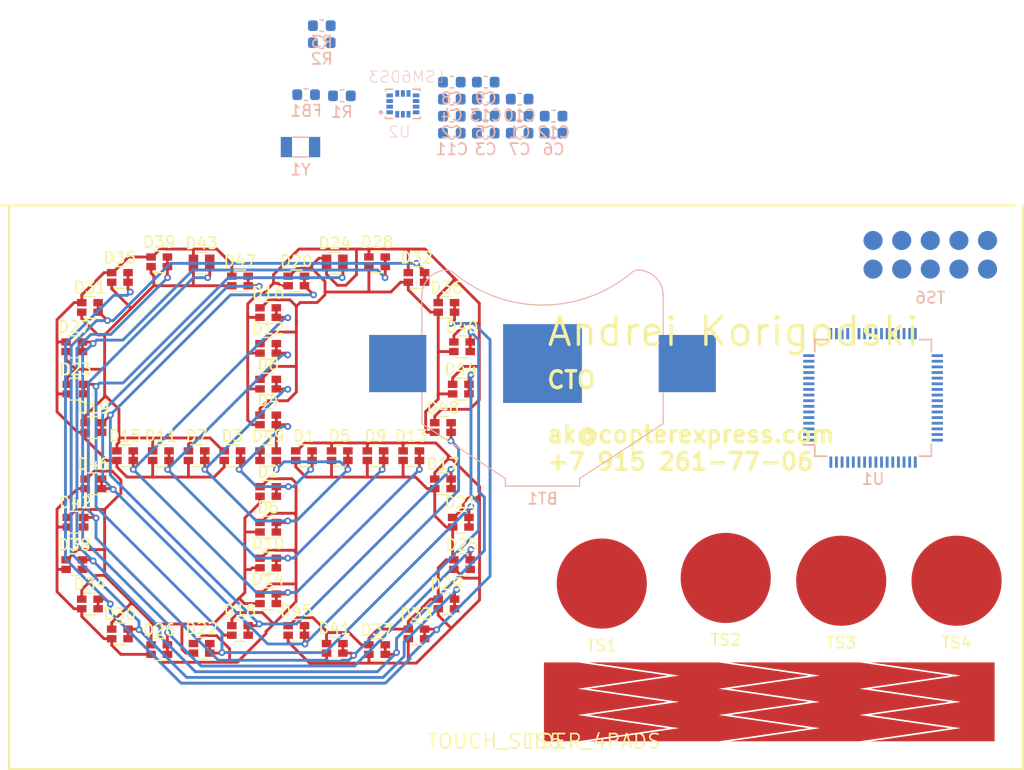
<source format=kicad_pcb>
(kicad_pcb (version 20171130) (host pcbnew 5.0.2+dfsg1-1~bpo9+1)
  (layers (0 F.Cu signal hide) (31 B.Cu signal) (34 B.Paste user) (35 F.Paste user) (36 B.SilkS user) (37 F.SilkS user) (38 B.Mask user) (39 F.Mask user) (44 Edge.Cuts user))
  (net 0 "")
  (net 1 LED_K0)
  (net 2 LED_K1)
  (net 3 LED_A0)
  (net 4 LED_K3)
  (net 5 LED_K2)
  (net 6 LED_K4)
  (net 7 LED_K5)
  (net 8 LED_K7)
  (net 9 LED_K6)
  (net 10 LED_K8)
  (net 11 LED_A1)
  (net 12 LED_A2)
  (net 13 LED_A3)
  (net 14 LED_A4)
  (net 15 LED_A5)
  (net 16 LED_A6)
  (net 17 LED_A7)
  (net 18 LED_A8)
  (net 19 VDD)
  (net 20 N$2)
  (net 21 MCU_AVDD)
  (net 22 GND)
  (net 23 N$7)
  (net 24 N$6)
  (net 25 N$13)
  (net 26 N$14)
  (net 27 N$5)
  (net 28 N$19)
  (net 29 N$20)
  (net 30 N$16)
  (net 31 N$15)
  (net 32 N$17)
  (net 33 N$18)
  (net 34 N$12)
  (net 35 N$11)
  (net 36 TOUCH_PAD0)
  (net 37 N$1)
  (net 38 TOUCH_PAD1)
  (net 39 TOUCH_PAD2)
  (net 40 TOUCH_PAD3)
  (net 41 N$21)
  (net 42 N$22)
  (net 43 N$23)
  (net 44 N$24)
  (net 45 N$8)
  (net 46 N$10)
  (net 47 N$9)
  (net 48 N$25)
  (net 49 N$26)
  (net 50 LED_K9)
  (net 51 LED_K10)
  (net 52 LED_K11)
  (module footprints:LED_DUAL_0606 (layer F.Cu) (at 96.175 57.2)
    (fp_text reference D1 (at 0 -1.75) (layer F.SilkS))
    (fp_text value LED_Dual_AACC)
    (pad 3 smd rect (at 0.725 -0.425) (size 0.85 0.65) (layers F.Cu F.Paste F.Mask) (net 1 LED_K0))
    (pad 4 smd rect (at 0.725 0.425) (size 0.85 0.65) (layers F.Cu F.Paste F.Mask) (net 1 LED_K0))
    (pad 2 smd rect (at -0.725 0.425) (size 0.85 0.65) (layers F.Cu F.Paste F.Mask) (net 11 LED_A1))
    (pad 1 smd rect (at -0.725 -0.425) (size 0.85 0.65) (layers F.Cu F.Paste F.Mask) (net 3 LED_A0))
  )
  (module footprints:LED_DUAL_0606 (layer F.Cu) (at 93 60.375)
    (fp_text reference D2 (at 0 -1.75) (layer F.SilkS))
    (fp_text value LED_Dual_AACC)
    (pad 3 smd rect (at 0.725 -0.425) (size 0.85 0.65) (layers F.Cu F.Paste F.Mask) (net 1 LED_K0))
    (pad 4 smd rect (at 0.725 0.425) (size 0.85 0.65) (layers F.Cu F.Paste F.Mask) (net 1 LED_K0))
    (pad 2 smd rect (at -0.725 0.425) (size 0.85 0.65) (layers F.Cu F.Paste F.Mask) (net 13 LED_A3))
    (pad 1 smd rect (at -0.725 -0.425) (size 0.85 0.65) (layers F.Cu F.Paste F.Mask) (net 12 LED_A2))
  )
  (module footprints:LED_DUAL_0606 (layer F.Cu) (at 89.825 57.2)
    (fp_text reference D3 (at 0 -1.75) (layer F.SilkS))
    (fp_text value LED_Dual_AACC)
    (pad 3 smd rect (at 0.725 -0.425) (size 0.85 0.65) (layers F.Cu F.Paste F.Mask) (net 1 LED_K0))
    (pad 4 smd rect (at 0.725 0.425) (size 0.85 0.65) (layers F.Cu F.Paste F.Mask) (net 1 LED_K0))
    (pad 2 smd rect (at -0.725 0.425) (size 0.85 0.65) (layers F.Cu F.Paste F.Mask) (net 15 LED_A5))
    (pad 1 smd rect (at -0.725 -0.425) (size 0.85 0.65) (layers F.Cu F.Paste F.Mask) (net 14 LED_A4))
  )
  (module footprints:LED_DUAL_0606 (layer F.Cu) (at 93 54.025)
    (fp_text reference D4 (at 0 -1.75) (layer F.SilkS))
    (fp_text value LED_Dual_AACC)
    (pad 3 smd rect (at 0.725 -0.425) (size 0.85 0.65) (layers F.Cu F.Paste F.Mask) (net 1 LED_K0))
    (pad 4 smd rect (at 0.725 0.425) (size 0.85 0.65) (layers F.Cu F.Paste F.Mask) (net 1 LED_K0))
    (pad 2 smd rect (at -0.725 0.425) (size 0.85 0.65) (layers F.Cu F.Paste F.Mask) (net 17 LED_A7))
    (pad 1 smd rect (at -0.725 -0.425) (size 0.85 0.65) (layers F.Cu F.Paste F.Mask) (net 16 LED_A6))
  )
  (module footprints:LED_DUAL_0606 (layer F.Cu) (at 99.35 57.2)
    (fp_text reference D5 (at 0 -1.75) (layer F.SilkS))
    (fp_text value LED_Dual_AACC)
    (pad 3 smd rect (at 0.725 -0.425) (size 0.85 0.65) (layers F.Cu F.Paste F.Mask) (net 2 LED_K1))
    (pad 4 smd rect (at 0.725 0.425) (size 0.85 0.65) (layers F.Cu F.Paste F.Mask) (net 2 LED_K1))
    (pad 2 smd rect (at -0.725 0.425) (size 0.85 0.65) (layers F.Cu F.Paste F.Mask) (net 11 LED_A1))
    (pad 1 smd rect (at -0.725 -0.425) (size 0.85 0.65) (layers F.Cu F.Paste F.Mask) (net 3 LED_A0))
  )
  (module footprints:LED_DUAL_0606 (layer F.Cu) (at 93 63.55)
    (fp_text reference D6 (at 0 -1.75) (layer F.SilkS))
    (fp_text value LED_Dual_AACC)
    (pad 3 smd rect (at 0.725 -0.425) (size 0.85 0.65) (layers F.Cu F.Paste F.Mask) (net 2 LED_K1))
    (pad 4 smd rect (at 0.725 0.425) (size 0.85 0.65) (layers F.Cu F.Paste F.Mask) (net 2 LED_K1))
    (pad 2 smd rect (at -0.725 0.425) (size 0.85 0.65) (layers F.Cu F.Paste F.Mask) (net 13 LED_A3))
    (pad 1 smd rect (at -0.725 -0.425) (size 0.85 0.65) (layers F.Cu F.Paste F.Mask) (net 12 LED_A2))
  )
  (module footprints:LED_DUAL_0606 (layer F.Cu) (at 86.65 57.2)
    (fp_text reference D7 (at 0 -1.75) (layer F.SilkS))
    (fp_text value LED_Dual_AACC)
    (pad 3 smd rect (at 0.725 -0.425) (size 0.85 0.65) (layers F.Cu F.Paste F.Mask) (net 2 LED_K1))
    (pad 4 smd rect (at 0.725 0.425) (size 0.85 0.65) (layers F.Cu F.Paste F.Mask) (net 2 LED_K1))
    (pad 2 smd rect (at -0.725 0.425) (size 0.85 0.65) (layers F.Cu F.Paste F.Mask) (net 15 LED_A5))
    (pad 1 smd rect (at -0.725 -0.425) (size 0.85 0.65) (layers F.Cu F.Paste F.Mask) (net 14 LED_A4))
  )
  (module footprints:LED_DUAL_0606 (layer F.Cu) (at 93 50.85)
    (fp_text reference D8 (at 0 -1.75) (layer F.SilkS))
    (fp_text value LED_Dual_AACC)
    (pad 3 smd rect (at 0.725 -0.425) (size 0.85 0.65) (layers F.Cu F.Paste F.Mask) (net 2 LED_K1))
    (pad 4 smd rect (at 0.725 0.425) (size 0.85 0.65) (layers F.Cu F.Paste F.Mask) (net 2 LED_K1))
    (pad 2 smd rect (at -0.725 0.425) (size 0.85 0.65) (layers F.Cu F.Paste F.Mask) (net 17 LED_A7))
    (pad 1 smd rect (at -0.725 -0.425) (size 0.85 0.65) (layers F.Cu F.Paste F.Mask) (net 16 LED_A6))
  )
  (module footprints:LED_DUAL_0606 (layer F.Cu) (at 102.525 57.2)
    (fp_text reference D9 (at 0 -1.75) (layer F.SilkS))
    (fp_text value LED_Dual_AACC)
    (pad 3 smd rect (at 0.725 -0.425) (size 0.85 0.65) (layers F.Cu F.Paste F.Mask) (net 5 LED_K2))
    (pad 4 smd rect (at 0.725 0.425) (size 0.85 0.65) (layers F.Cu F.Paste F.Mask) (net 5 LED_K2))
    (pad 2 smd rect (at -0.725 0.425) (size 0.85 0.65) (layers F.Cu F.Paste F.Mask) (net 11 LED_A1))
    (pad 1 smd rect (at -0.725 -0.425) (size 0.85 0.65) (layers F.Cu F.Paste F.Mask) (net 3 LED_A0))
  )
  (module footprints:LED_DUAL_0606 (layer F.Cu) (at 93 66.724999)
    (fp_text reference D10 (at 0 -1.75) (layer F.SilkS))
    (fp_text value LED_Dual_AACC)
    (pad 3 smd rect (at 0.725 -0.425) (size 0.85 0.65) (layers F.Cu F.Paste F.Mask) (net 5 LED_K2))
    (pad 4 smd rect (at 0.725 0.425) (size 0.85 0.65) (layers F.Cu F.Paste F.Mask) (net 5 LED_K2))
    (pad 2 smd rect (at -0.725 0.425) (size 0.85 0.65) (layers F.Cu F.Paste F.Mask) (net 13 LED_A3))
    (pad 1 smd rect (at -0.725 -0.425) (size 0.85 0.65) (layers F.Cu F.Paste F.Mask) (net 12 LED_A2))
  )
  (module footprints:LED_DUAL_0606 (layer F.Cu) (at 83.475 57.2)
    (fp_text reference D11 (at 0 -1.75) (layer F.SilkS))
    (fp_text value LED_Dual_AACC)
    (pad 3 smd rect (at 0.725 -0.425) (size 0.85 0.65) (layers F.Cu F.Paste F.Mask) (net 5 LED_K2))
    (pad 4 smd rect (at 0.725 0.425) (size 0.85 0.65) (layers F.Cu F.Paste F.Mask) (net 5 LED_K2))
    (pad 2 smd rect (at -0.725 0.425) (size 0.85 0.65) (layers F.Cu F.Paste F.Mask) (net 15 LED_A5))
    (pad 1 smd rect (at -0.725 -0.425) (size 0.85 0.65) (layers F.Cu F.Paste F.Mask) (net 14 LED_A4))
  )
  (module footprints:LED_DUAL_0606 (layer F.Cu) (at 93 47.675)
    (fp_text reference D12 (at 0 -1.75) (layer F.SilkS))
    (fp_text value LED_Dual_AACC)
    (pad 3 smd rect (at 0.725 -0.425) (size 0.85 0.65) (layers F.Cu F.Paste F.Mask) (net 5 LED_K2))
    (pad 4 smd rect (at 0.725 0.425) (size 0.85 0.65) (layers F.Cu F.Paste F.Mask) (net 5 LED_K2))
    (pad 2 smd rect (at -0.725 0.425) (size 0.85 0.65) (layers F.Cu F.Paste F.Mask) (net 17 LED_A7))
    (pad 1 smd rect (at -0.725 -0.425) (size 0.85 0.65) (layers F.Cu F.Paste F.Mask) (net 16 LED_A6))
  )
  (module footprints:LED_DUAL_0606 (layer F.Cu) (at 105.7 57.2)
    (fp_text reference D13 (at 0 -1.75) (layer F.SilkS))
    (fp_text value LED_Dual_AACC)
    (pad 3 smd rect (at 0.725 -0.425) (size 0.85 0.65) (layers F.Cu F.Paste F.Mask) (net 4 LED_K3))
    (pad 4 smd rect (at 0.725 0.425) (size 0.85 0.65) (layers F.Cu F.Paste F.Mask) (net 4 LED_K3))
    (pad 2 smd rect (at -0.725 0.425) (size 0.85 0.65) (layers F.Cu F.Paste F.Mask) (net 11 LED_A1))
    (pad 1 smd rect (at -0.725 -0.425) (size 0.85 0.65) (layers F.Cu F.Paste F.Mask) (net 3 LED_A0))
  )
  (module footprints:LED_DUAL_0606 (layer F.Cu) (at 93 69.9)
    (fp_text reference D14 (at 0 -1.75) (layer F.SilkS))
    (fp_text value LED_Dual_AACC)
    (pad 3 smd rect (at 0.725 -0.425) (size 0.85 0.65) (layers F.Cu F.Paste F.Mask) (net 4 LED_K3))
    (pad 4 smd rect (at 0.725 0.425) (size 0.85 0.65) (layers F.Cu F.Paste F.Mask) (net 4 LED_K3))
    (pad 2 smd rect (at -0.725 0.425) (size 0.85 0.65) (layers F.Cu F.Paste F.Mask) (net 13 LED_A3))
    (pad 1 smd rect (at -0.725 -0.425) (size 0.85 0.65) (layers F.Cu F.Paste F.Mask) (net 12 LED_A2))
  )
  (module footprints:LED_DUAL_0606 (layer F.Cu) (at 80.3 57.2)
    (fp_text reference D15 (at 0 -1.75) (layer F.SilkS))
    (fp_text value LED_Dual_AACC)
    (pad 3 smd rect (at 0.725 -0.425) (size 0.85 0.65) (layers F.Cu F.Paste F.Mask) (net 4 LED_K3))
    (pad 4 smd rect (at 0.725 0.425) (size 0.85 0.65) (layers F.Cu F.Paste F.Mask) (net 4 LED_K3))
    (pad 2 smd rect (at -0.725 0.425) (size 0.85 0.65) (layers F.Cu F.Paste F.Mask) (net 15 LED_A5))
    (pad 1 smd rect (at -0.725 -0.425) (size 0.85 0.65) (layers F.Cu F.Paste F.Mask) (net 14 LED_A4))
  )
  (module footprints:LED_DUAL_0606 (layer F.Cu) (at 93 44.5)
    (fp_text reference D16 (at 0 -1.75) (layer F.SilkS))
    (fp_text value LED_Dual_AACC)
    (pad 3 smd rect (at 0.725 -0.425) (size 0.85 0.65) (layers F.Cu F.Paste F.Mask) (net 4 LED_K3))
    (pad 4 smd rect (at 0.725 0.425) (size 0.85 0.65) (layers F.Cu F.Paste F.Mask) (net 4 LED_K3))
    (pad 2 smd rect (at -0.725 0.425) (size 0.85 0.65) (layers F.Cu F.Paste F.Mask) (net 17 LED_A7))
    (pad 1 smd rect (at -0.725 -0.425) (size 0.85 0.65) (layers F.Cu F.Paste F.Mask) (net 16 LED_A6))
  )
  (module footprints:LED_DUAL_0606 (layer F.Cu) (at 108.508852 59.699666)
    (fp_text reference D17 (at 0 -1.75) (layer F.SilkS))
    (fp_text value LED_Dual_AACC)
    (pad 3 smd rect (at 0.725 -0.425) (size 0.85 0.65) (layers F.Cu F.Paste F.Mask) (net 6 LED_K4))
    (pad 4 smd rect (at 0.725 0.425) (size 0.85 0.65) (layers F.Cu F.Paste F.Mask) (net 6 LED_K4))
    (pad 2 smd rect (at -0.725 0.425) (size 0.85 0.65) (layers F.Cu F.Paste F.Mask) (net 11 LED_A1))
    (pad 1 smd rect (at -0.725 -0.425) (size 0.85 0.65) (layers F.Cu F.Paste F.Mask) (net 3 LED_A0))
  )
  (module footprints:LED_DUAL_0606 (layer F.Cu) (at 90.500333 72.708852)
    (fp_text reference D18 (at 0 -1.75) (layer F.SilkS))
    (fp_text value LED_Dual_AACC)
    (pad 3 smd rect (at 0.725 -0.425) (size 0.85 0.65) (layers F.Cu F.Paste F.Mask) (net 6 LED_K4))
    (pad 4 smd rect (at 0.725 0.425) (size 0.85 0.65) (layers F.Cu F.Paste F.Mask) (net 6 LED_K4))
    (pad 2 smd rect (at -0.725 0.425) (size 0.85 0.65) (layers F.Cu F.Paste F.Mask) (net 13 LED_A3))
    (pad 1 smd rect (at -0.725 -0.425) (size 0.85 0.65) (layers F.Cu F.Paste F.Mask) (net 12 LED_A2))
  )
  (module footprints:LED_DUAL_0606 (layer F.Cu) (at 77.491147 54.700333)
    (fp_text reference D19 (at 0 -1.75) (layer F.SilkS))
    (fp_text value LED_Dual_AACC)
    (pad 3 smd rect (at 0.725 -0.425) (size 0.85 0.65) (layers F.Cu F.Paste F.Mask) (net 6 LED_K4))
    (pad 4 smd rect (at 0.725 0.425) (size 0.85 0.65) (layers F.Cu F.Paste F.Mask) (net 6 LED_K4))
    (pad 2 smd rect (at -0.725 0.425) (size 0.85 0.65) (layers F.Cu F.Paste F.Mask) (net 15 LED_A5))
    (pad 1 smd rect (at -0.725 -0.425) (size 0.85 0.65) (layers F.Cu F.Paste F.Mask) (net 14 LED_A4))
  )
  (module footprints:LED_DUAL_0606 (layer F.Cu) (at 95.499666 41.691147)
    (fp_text reference D20 (at 0 -1.75) (layer F.SilkS))
    (fp_text value LED_Dual_AACC)
    (pad 3 smd rect (at 0.725 -0.425) (size 0.85 0.65) (layers F.Cu F.Paste F.Mask) (net 6 LED_K4))
    (pad 4 smd rect (at 0.725 0.425) (size 0.85 0.65) (layers F.Cu F.Paste F.Mask) (net 6 LED_K4))
    (pad 2 smd rect (at -0.725 0.425) (size 0.85 0.65) (layers F.Cu F.Paste F.Mask) (net 17 LED_A7))
    (pad 1 smd rect (at -0.725 -0.425) (size 0.85 0.65) (layers F.Cu F.Paste F.Mask) (net 16 LED_A6))
  )
  (module footprints:LED_DUAL_0606 (layer F.Cu) (at 110.097919 63.107431)
    (fp_text reference D21 (at 0 -1.75) (layer F.SilkS))
    (fp_text value LED_Dual_AACC)
    (pad 3 smd rect (at 0.725 -0.425) (size 0.85 0.65) (layers F.Cu F.Paste F.Mask) (net 7 LED_K5))
    (pad 4 smd rect (at 0.725 0.425) (size 0.85 0.65) (layers F.Cu F.Paste F.Mask) (net 7 LED_K5))
    (pad 2 smd rect (at -0.725 0.425) (size 0.85 0.65) (layers F.Cu F.Paste F.Mask) (net 11 LED_A1))
    (pad 1 smd rect (at -0.725 -0.425) (size 0.85 0.65) (layers F.Cu F.Paste F.Mask) (net 3 LED_A0))
  )
  (module footprints:LED_DUAL_0606 (layer F.Cu) (at 87.092568 74.297919)
    (fp_text reference D22 (at 0 -1.75) (layer F.SilkS))
    (fp_text value LED_Dual_AACC)
    (pad 3 smd rect (at 0.725 -0.425) (size 0.85 0.65) (layers F.Cu F.Paste F.Mask) (net 7 LED_K5))
    (pad 4 smd rect (at 0.725 0.425) (size 0.85 0.65) (layers F.Cu F.Paste F.Mask) (net 7 LED_K5))
    (pad 2 smd rect (at -0.725 0.425) (size 0.85 0.65) (layers F.Cu F.Paste F.Mask) (net 13 LED_A3))
    (pad 1 smd rect (at -0.725 -0.425) (size 0.85 0.65) (layers F.Cu F.Paste F.Mask) (net 12 LED_A2))
  )
  (module footprints:LED_DUAL_0606 (layer F.Cu) (at 75.90208 51.292568)
    (fp_text reference D23 (at 0 -1.75) (layer F.SilkS))
    (fp_text value LED_Dual_AACC)
    (pad 3 smd rect (at 0.725 -0.425) (size 0.85 0.65) (layers F.Cu F.Paste F.Mask) (net 7 LED_K5))
    (pad 4 smd rect (at 0.725 0.425) (size 0.85 0.65) (layers F.Cu F.Paste F.Mask) (net 7 LED_K5))
    (pad 2 smd rect (at -0.725 0.425) (size 0.85 0.65) (layers F.Cu F.Paste F.Mask) (net 15 LED_A5))
    (pad 1 smd rect (at -0.725 -0.425) (size 0.85 0.65) (layers F.Cu F.Paste F.Mask) (net 14 LED_A4))
  )
  (module footprints:LED_DUAL_0606 (layer F.Cu) (at 98.907431 40.10208)
    (fp_text reference D24 (at 0 -1.75) (layer F.SilkS))
    (fp_text value LED_Dual_AACC)
    (pad 3 smd rect (at 0.725 -0.425) (size 0.85 0.65) (layers F.Cu F.Paste F.Mask) (net 7 LED_K5))
    (pad 4 smd rect (at 0.725 0.425) (size 0.85 0.65) (layers F.Cu F.Paste F.Mask) (net 7 LED_K5))
    (pad 2 smd rect (at -0.725 0.425) (size 0.85 0.65) (layers F.Cu F.Paste F.Mask) (net 17 LED_A7))
    (pad 1 smd rect (at -0.725 -0.425) (size 0.85 0.65) (layers F.Cu F.Paste F.Mask) (net 16 LED_A6))
  )
  (module footprints:LED_DUAL_0606 (layer F.Cu) (at 110.207279 66.865892)
    (fp_text reference D25 (at 0 -1.75) (layer F.SilkS))
    (fp_text value LED_Dual_AACC)
    (pad 3 smd rect (at 0.725 -0.425) (size 0.85 0.65) (layers F.Cu F.Paste F.Mask) (net 9 LED_K6))
    (pad 4 smd rect (at 0.725 0.425) (size 0.85 0.65) (layers F.Cu F.Paste F.Mask) (net 9 LED_K6))
    (pad 2 smd rect (at -0.725 0.425) (size 0.85 0.65) (layers F.Cu F.Paste F.Mask) (net 3 LED_A0))
    (pad 1 smd rect (at -0.725 -0.425) (size 0.85 0.65) (layers F.Cu F.Paste F.Mask) (net 11 LED_A1))
  )
  (module footprints:LED_DUAL_0606 (layer F.Cu) (at 83.334107 74.407279)
    (fp_text reference D26 (at 0 -1.75) (layer F.SilkS))
    (fp_text value LED_Dual_AACC)
    (pad 3 smd rect (at 0.725 -0.425) (size 0.85 0.65) (layers F.Cu F.Paste F.Mask) (net 9 LED_K6))
    (pad 4 smd rect (at 0.725 0.425) (size 0.85 0.65) (layers F.Cu F.Paste F.Mask) (net 9 LED_K6))
    (pad 2 smd rect (at -0.725 0.425) (size 0.85 0.65) (layers F.Cu F.Paste F.Mask) (net 12 LED_A2))
    (pad 1 smd rect (at -0.725 -0.425) (size 0.85 0.65) (layers F.Cu F.Paste F.Mask) (net 13 LED_A3))
  )
  (module footprints:LED_DUAL_0606 (layer F.Cu) (at 75.79272 47.534107)
    (fp_text reference D27 (at 0 -1.75) (layer F.SilkS))
    (fp_text value LED_Dual_AACC)
    (pad 3 smd rect (at 0.725 -0.425) (size 0.85 0.65) (layers F.Cu F.Paste F.Mask) (net 9 LED_K6))
    (pad 4 smd rect (at 0.725 0.425) (size 0.85 0.65) (layers F.Cu F.Paste F.Mask) (net 9 LED_K6))
    (pad 2 smd rect (at -0.725 0.425) (size 0.85 0.65) (layers F.Cu F.Paste F.Mask) (net 14 LED_A4))
    (pad 1 smd rect (at -0.725 -0.425) (size 0.85 0.65) (layers F.Cu F.Paste F.Mask) (net 15 LED_A5))
  )
  (module footprints:LED_DUAL_0606 (layer F.Cu) (at 102.665892 39.99272)
    (fp_text reference D28 (at 0 -1.75) (layer F.SilkS))
    (fp_text value LED_Dual_AACC)
    (pad 3 smd rect (at 0.725 -0.425) (size 0.85 0.65) (layers F.Cu F.Paste F.Mask) (net 9 LED_K6))
    (pad 4 smd rect (at 0.725 0.425) (size 0.85 0.65) (layers F.Cu F.Paste F.Mask) (net 9 LED_K6))
    (pad 2 smd rect (at -0.725 0.425) (size 0.85 0.65) (layers F.Cu F.Paste F.Mask) (net 16 LED_A6))
    (pad 1 smd rect (at -0.725 -0.425) (size 0.85 0.65) (layers F.Cu F.Paste F.Mask) (net 17 LED_A7))
  )
  (module footprints:LED_DUAL_0606 (layer F.Cu) (at 108.819045 70.360287)
    (fp_text reference D29 (at 0 -1.75) (layer F.SilkS))
    (fp_text value LED_Dual_AACC)
    (pad 3 smd rect (at 0.725 -0.425) (size 0.85 0.65) (layers F.Cu F.Paste F.Mask) (net 8 LED_K7))
    (pad 4 smd rect (at 0.725 0.425) (size 0.85 0.65) (layers F.Cu F.Paste F.Mask) (net 8 LED_K7))
    (pad 2 smd rect (at -0.725 0.425) (size 0.85 0.65) (layers F.Cu F.Paste F.Mask) (net 3 LED_A0))
    (pad 1 smd rect (at -0.725 -0.425) (size 0.85 0.65) (layers F.Cu F.Paste F.Mask) (net 11 LED_A1))
  )
  (module footprints:LED_DUAL_0606 (layer F.Cu) (at 79.839712 73.019045)
    (fp_text reference D30 (at 0 -1.75) (layer F.SilkS))
    (fp_text value LED_Dual_AACC)
    (pad 3 smd rect (at 0.725 -0.425) (size 0.85 0.65) (layers F.Cu F.Paste F.Mask) (net 8 LED_K7))
    (pad 4 smd rect (at 0.725 0.425) (size 0.85 0.65) (layers F.Cu F.Paste F.Mask) (net 8 LED_K7))
    (pad 2 smd rect (at -0.725 0.425) (size 0.85 0.65) (layers F.Cu F.Paste F.Mask) (net 12 LED_A2))
    (pad 1 smd rect (at -0.725 -0.425) (size 0.85 0.65) (layers F.Cu F.Paste F.Mask) (net 13 LED_A3))
  )
  (module footprints:LED_DUAL_0606 (layer F.Cu) (at 77.180954 44.039712)
    (fp_text reference D31 (at 0 -1.75) (layer F.SilkS))
    (fp_text value LED_Dual_AACC)
    (pad 3 smd rect (at 0.725 -0.425) (size 0.85 0.65) (layers F.Cu F.Paste F.Mask) (net 8 LED_K7))
    (pad 4 smd rect (at 0.725 0.425) (size 0.85 0.65) (layers F.Cu F.Paste F.Mask) (net 8 LED_K7))
    (pad 2 smd rect (at -0.725 0.425) (size 0.85 0.65) (layers F.Cu F.Paste F.Mask) (net 14 LED_A4))
    (pad 1 smd rect (at -0.725 -0.425) (size 0.85 0.65) (layers F.Cu F.Paste F.Mask) (net 15 LED_A5))
  )
  (module footprints:LED_DUAL_0606 (layer F.Cu) (at 106.160287 41.380954)
    (fp_text reference D32 (at 0 -1.75) (layer F.SilkS))
    (fp_text value LED_Dual_AACC)
    (pad 3 smd rect (at 0.725 -0.425) (size 0.85 0.65) (layers F.Cu F.Paste F.Mask) (net 8 LED_K7))
    (pad 4 smd rect (at 0.725 0.425) (size 0.85 0.65) (layers F.Cu F.Paste F.Mask) (net 8 LED_K7))
    (pad 2 smd rect (at -0.725 0.425) (size 0.85 0.65) (layers F.Cu F.Paste F.Mask) (net 16 LED_A6))
    (pad 1 smd rect (at -0.725 -0.425) (size 0.85 0.65) (layers F.Cu F.Paste F.Mask) (net 17 LED_A7))
  )
  (module footprints:LED_DUAL_0606 (layer F.Cu) (at 106.160287 73.019045)
    (fp_text reference D33 (at 0 -1.75) (layer F.SilkS))
    (fp_text value LED_Dual_AACC)
    (pad 3 smd rect (at 0.725 -0.425) (size 0.85 0.65) (layers F.Cu F.Paste F.Mask) (net 10 LED_K8))
    (pad 4 smd rect (at 0.725 0.425) (size 0.85 0.65) (layers F.Cu F.Paste F.Mask) (net 10 LED_K8))
    (pad 2 smd rect (at -0.725 0.425) (size 0.85 0.65) (layers F.Cu F.Paste F.Mask) (net 3 LED_A0))
    (pad 1 smd rect (at -0.725 -0.425) (size 0.85 0.65) (layers F.Cu F.Paste F.Mask) (net 11 LED_A1))
  )
  (module footprints:LED_DUAL_0606 (layer F.Cu) (at 77.180954 70.360287)
    (fp_text reference D34 (at 0 -1.75) (layer F.SilkS))
    (fp_text value LED_Dual_AACC)
    (pad 3 smd rect (at 0.725 -0.425) (size 0.85 0.65) (layers F.Cu F.Paste F.Mask) (net 10 LED_K8))
    (pad 4 smd rect (at 0.725 0.425) (size 0.85 0.65) (layers F.Cu F.Paste F.Mask) (net 10 LED_K8))
    (pad 2 smd rect (at -0.725 0.425) (size 0.85 0.65) (layers F.Cu F.Paste F.Mask) (net 12 LED_A2))
    (pad 1 smd rect (at -0.725 -0.425) (size 0.85 0.65) (layers F.Cu F.Paste F.Mask) (net 13 LED_A3))
  )
  (module footprints:LED_DUAL_0606 (layer F.Cu) (at 79.839712 41.380954)
    (fp_text reference D35 (at 0 -1.75) (layer F.SilkS))
    (fp_text value LED_Dual_AACC)
    (pad 3 smd rect (at 0.725 -0.425) (size 0.85 0.65) (layers F.Cu F.Paste F.Mask) (net 10 LED_K8))
    (pad 4 smd rect (at 0.725 0.425) (size 0.85 0.65) (layers F.Cu F.Paste F.Mask) (net 10 LED_K8))
    (pad 2 smd rect (at -0.725 0.425) (size 0.85 0.65) (layers F.Cu F.Paste F.Mask) (net 14 LED_A4))
    (pad 1 smd rect (at -0.725 -0.425) (size 0.85 0.65) (layers F.Cu F.Paste F.Mask) (net 15 LED_A5))
  )
  (module footprints:LED_DUAL_0606 (layer F.Cu) (at 108.819045 44.039712)
    (fp_text reference D36 (at 0 -1.75) (layer F.SilkS))
    (fp_text value LED_Dual_AACC)
    (pad 3 smd rect (at 0.725 -0.425) (size 0.85 0.65) (layers F.Cu F.Paste F.Mask) (net 10 LED_K8))
    (pad 4 smd rect (at 0.725 0.425) (size 0.85 0.65) (layers F.Cu F.Paste F.Mask) (net 10 LED_K8))
    (pad 2 smd rect (at -0.725 0.425) (size 0.85 0.65) (layers F.Cu F.Paste F.Mask) (net 16 LED_A6))
    (pad 1 smd rect (at -0.725 -0.425) (size 0.85 0.65) (layers F.Cu F.Paste F.Mask) (net 17 LED_A7))
  )
  (module footprints:LED_DUAL_0606 (layer F.Cu) (at 102.665892 74.407279)
    (fp_text reference D37 (at 0 -1.75) (layer F.SilkS))
    (fp_text value LED_Dual_AACC)
    (pad 3 smd rect (at 0.725 -0.425) (size 0.85 0.65) (layers F.Cu F.Paste F.Mask) (net 50 LED_K9))
    (pad 4 smd rect (at 0.725 0.425) (size 0.85 0.65) (layers F.Cu F.Paste F.Mask) (net 50 LED_K9))
    (pad 2 smd rect (at -0.725 0.425) (size 0.85 0.65) (layers F.Cu F.Paste F.Mask) (net 3 LED_A0))
    (pad 1 smd rect (at -0.725 -0.425) (size 0.85 0.65) (layers F.Cu F.Paste F.Mask) (net 11 LED_A1))
  )
  (module footprints:LED_DUAL_0606 (layer F.Cu) (at 75.79272 66.865892)
    (fp_text reference D38 (at 0 -1.75) (layer F.SilkS))
    (fp_text value LED_Dual_AACC)
    (pad 3 smd rect (at 0.725 -0.425) (size 0.85 0.65) (layers F.Cu F.Paste F.Mask) (net 50 LED_K9))
    (pad 4 smd rect (at 0.725 0.425) (size 0.85 0.65) (layers F.Cu F.Paste F.Mask) (net 50 LED_K9))
    (pad 2 smd rect (at -0.725 0.425) (size 0.85 0.65) (layers F.Cu F.Paste F.Mask) (net 12 LED_A2))
    (pad 1 smd rect (at -0.725 -0.425) (size 0.85 0.65) (layers F.Cu F.Paste F.Mask) (net 13 LED_A3))
  )
  (module footprints:LED_DUAL_0606 (layer F.Cu) (at 83.334107 39.99272)
    (fp_text reference D39 (at 0 -1.75) (layer F.SilkS))
    (fp_text value LED_Dual_AACC)
    (pad 3 smd rect (at 0.725 -0.425) (size 0.85 0.65) (layers F.Cu F.Paste F.Mask) (net 50 LED_K9))
    (pad 4 smd rect (at 0.725 0.425) (size 0.85 0.65) (layers F.Cu F.Paste F.Mask) (net 50 LED_K9))
    (pad 2 smd rect (at -0.725 0.425) (size 0.85 0.65) (layers F.Cu F.Paste F.Mask) (net 14 LED_A4))
    (pad 1 smd rect (at -0.725 -0.425) (size 0.85 0.65) (layers F.Cu F.Paste F.Mask) (net 15 LED_A5))
  )
  (module footprints:LED_DUAL_0606 (layer F.Cu) (at 110.207279 47.534107)
    (fp_text reference D40 (at 0 -1.75) (layer F.SilkS))
    (fp_text value LED_Dual_AACC)
    (pad 3 smd rect (at 0.725 -0.425) (size 0.85 0.65) (layers F.Cu F.Paste F.Mask) (net 50 LED_K9))
    (pad 4 smd rect (at 0.725 0.425) (size 0.85 0.65) (layers F.Cu F.Paste F.Mask) (net 50 LED_K9))
    (pad 2 smd rect (at -0.725 0.425) (size 0.85 0.65) (layers F.Cu F.Paste F.Mask) (net 16 LED_A6))
    (pad 1 smd rect (at -0.725 -0.425) (size 0.85 0.65) (layers F.Cu F.Paste F.Mask) (net 17 LED_A7))
  )
  (module footprints:LED_DUAL_0606 (layer F.Cu) (at 98.907431 74.297919)
    (fp_text reference D41 (at 0 -1.75) (layer F.SilkS))
    (fp_text value LED_Dual_AACC)
    (pad 3 smd rect (at 0.725 -0.425) (size 0.85 0.65) (layers F.Cu F.Paste F.Mask) (net 51 LED_K10))
    (pad 4 smd rect (at 0.725 0.425) (size 0.85 0.65) (layers F.Cu F.Paste F.Mask) (net 51 LED_K10))
    (pad 2 smd rect (at -0.725 0.425) (size 0.85 0.65) (layers F.Cu F.Paste F.Mask) (net 3 LED_A0))
    (pad 1 smd rect (at -0.725 -0.425) (size 0.85 0.65) (layers F.Cu F.Paste F.Mask) (net 11 LED_A1))
  )
  (module footprints:LED_DUAL_0606 (layer F.Cu) (at 75.90208 63.107431)
    (fp_text reference D42 (at 0 -1.75) (layer F.SilkS))
    (fp_text value LED_Dual_AACC)
    (pad 3 smd rect (at 0.725 -0.425) (size 0.85 0.65) (layers F.Cu F.Paste F.Mask) (net 51 LED_K10))
    (pad 4 smd rect (at 0.725 0.425) (size 0.85 0.65) (layers F.Cu F.Paste F.Mask) (net 51 LED_K10))
    (pad 2 smd rect (at -0.725 0.425) (size 0.85 0.65) (layers F.Cu F.Paste F.Mask) (net 12 LED_A2))
    (pad 1 smd rect (at -0.725 -0.425) (size 0.85 0.65) (layers F.Cu F.Paste F.Mask) (net 13 LED_A3))
  )
  (module footprints:LED_DUAL_0606 (layer F.Cu) (at 87.092568 40.10208)
    (fp_text reference D43 (at 0 -1.75) (layer F.SilkS))
    (fp_text value LED_Dual_AACC)
    (pad 3 smd rect (at 0.725 -0.425) (size 0.85 0.65) (layers F.Cu F.Paste F.Mask) (net 51 LED_K10))
    (pad 4 smd rect (at 0.725 0.425) (size 0.85 0.65) (layers F.Cu F.Paste F.Mask) (net 51 LED_K10))
    (pad 2 smd rect (at -0.725 0.425) (size 0.85 0.65) (layers F.Cu F.Paste F.Mask) (net 14 LED_A4))
    (pad 1 smd rect (at -0.725 -0.425) (size 0.85 0.65) (layers F.Cu F.Paste F.Mask) (net 15 LED_A5))
  )
  (module footprints:LED_DUAL_0606 (layer F.Cu) (at 110.097919 51.292568)
    (fp_text reference D44 (at 0 -1.75) (layer F.SilkS))
    (fp_text value LED_Dual_AACC)
    (pad 3 smd rect (at 0.725 -0.425) (size 0.85 0.65) (layers F.Cu F.Paste F.Mask) (net 51 LED_K10))
    (pad 4 smd rect (at 0.725 0.425) (size 0.85 0.65) (layers F.Cu F.Paste F.Mask) (net 51 LED_K10))
    (pad 2 smd rect (at -0.725 0.425) (size 0.85 0.65) (layers F.Cu F.Paste F.Mask) (net 16 LED_A6))
    (pad 1 smd rect (at -0.725 -0.425) (size 0.85 0.65) (layers F.Cu F.Paste F.Mask) (net 17 LED_A7))
  )
  (module footprints:LED_DUAL_0606 (layer F.Cu) (at 95.499666 72.708852)
    (fp_text reference D45 (at 0 -1.75) (layer F.SilkS))
    (fp_text value LED_Dual_AACC)
    (pad 3 smd rect (at 0.725 -0.425) (size 0.85 0.65) (layers F.Cu F.Paste F.Mask) (net 52 LED_K11))
    (pad 4 smd rect (at 0.725 0.425) (size 0.85 0.65) (layers F.Cu F.Paste F.Mask) (net 52 LED_K11))
    (pad 2 smd rect (at -0.725 0.425) (size 0.85 0.65) (layers F.Cu F.Paste F.Mask) (net 3 LED_A0))
    (pad 1 smd rect (at -0.725 -0.425) (size 0.85 0.65) (layers F.Cu F.Paste F.Mask) (net 11 LED_A1))
  )
  (module footprints:LED_DUAL_0606 (layer F.Cu) (at 77.491147 59.699666)
    (fp_text reference D46 (at 0 -1.75) (layer F.SilkS))
    (fp_text value LED_Dual_AACC)
    (pad 3 smd rect (at 0.725 -0.425) (size 0.85 0.65) (layers F.Cu F.Paste F.Mask) (net 52 LED_K11))
    (pad 4 smd rect (at 0.725 0.425) (size 0.85 0.65) (layers F.Cu F.Paste F.Mask) (net 52 LED_K11))
    (pad 2 smd rect (at -0.725 0.425) (size 0.85 0.65) (layers F.Cu F.Paste F.Mask) (net 12 LED_A2))
    (pad 1 smd rect (at -0.725 -0.425) (size 0.85 0.65) (layers F.Cu F.Paste F.Mask) (net 13 LED_A3))
  )
  (module footprints:LED_DUAL_0606 (layer F.Cu) (at 90.500333 41.691147)
    (fp_text reference D47 (at 0 -1.75) (layer F.SilkS))
    (fp_text value LED_Dual_AACC)
    (pad 3 smd rect (at 0.725 -0.425) (size 0.85 0.65) (layers F.Cu F.Paste F.Mask) (net 52 LED_K11))
    (pad 4 smd rect (at 0.725 0.425) (size 0.85 0.65) (layers F.Cu F.Paste F.Mask) (net 52 LED_K11))
    (pad 2 smd rect (at -0.725 0.425) (size 0.85 0.65) (layers F.Cu F.Paste F.Mask) (net 14 LED_A4))
    (pad 1 smd rect (at -0.725 -0.425) (size 0.85 0.65) (layers F.Cu F.Paste F.Mask) (net 15 LED_A5))
  )
  (module footprints:LED_DUAL_0606 (layer F.Cu) (at 108.508852 54.700333)
    (fp_text reference D48 (at 0 -1.75) (layer F.SilkS))
    (fp_text value LED_Dual_AACC)
    (pad 3 smd rect (at 0.725 -0.425) (size 0.85 0.65) (layers F.Cu F.Paste F.Mask) (net 52 LED_K11))
    (pad 4 smd rect (at 0.725 0.425) (size 0.85 0.65) (layers F.Cu F.Paste F.Mask) (net 52 LED_K11))
    (pad 2 smd rect (at -0.725 0.425) (size 0.85 0.65) (layers F.Cu F.Paste F.Mask) (net 16 LED_A6))
    (pad 1 smd rect (at -0.725 -0.425) (size 0.85 0.65) (layers F.Cu F.Paste F.Mask) (net 17 LED_A7))
  )
  (module footprints:LED_DUAL_0606 (layer F.Cu) (at 93 57.2)
    (fp_text reference D49 (at 0 -1.75) (layer F.SilkS))
    (fp_text value LED_Dual_AACC)
    (pad 3 smd rect (at 0.725 -0.425) (size 0.85 0.65) (layers F.Cu F.Paste F.Mask) (net 1 LED_K0))
    (pad 4 smd rect (at 0.725 0.425) (size 0.85 0.65) (layers F.Cu F.Paste F.Mask) (net 2 LED_K1))
    (pad 2 smd rect (at -0.725 0.425) (size 0.85 0.65) (layers F.Cu F.Paste F.Mask) (net 18 LED_A8))
    (pad 1 smd rect (at -0.725 -0.425) (size 0.85 0.65) (layers F.Cu F.Paste F.Mask) (net 18 LED_A8))
  )
  (module Inductor_SMD:L_0603_1608Metric (layer B.Cu) (at 96.3675 25.161291)
    (fp_text reference FB1 (at 0 1.43) (layer B.SilkS) (effects (justify mirror)))
    (fp_text value Ferrite_Bead_Small)
    (pad 2 smd roundrect (at 0.7875 0) (size 0.875 0.95) (layers B.Cu B.Paste B.Mask) (net 20 N$2))
    (pad 1 smd roundrect (at -0.7875 0) (size 0.875 0.95) (layers B.Cu B.Paste B.Mask) (net 19 VDD))
  )
  (module Resistor_SMD:R_0603_1608Metric (layer B.Cu) (at 99.5425 25.261291)
    (fp_text reference R1 (at 0 1.43) (layer B.SilkS) (effects (justify mirror)))
    (fp_text value 1)
    (pad 2 smd roundrect (at 0.7875 0) (size 0.875 0.95) (layers B.Cu B.Paste B.Mask) (net 21 MCU_AVDD))
    (pad 1 smd roundrect (at -0.7875 0) (size 0.875 0.95) (layers B.Cu B.Paste B.Mask) (net 20 N$2))
  )
  (module Package_QFP:LQFP-64_10x10mm_P0.5mm (layer B.Cu) (at 146.685 52.07)
    (fp_text reference U1 (at 0 7.2) (layer B.SilkS) (effects (justify mirror)))
    (fp_text value EFM32LG232F64)
    (pad 64 smd rect (at -3.75 5.7 270) (size 1 0.25) (layers B.Cu B.Paste B.Mask) (net 52 LED_K11))
    (pad 63 smd rect (at -3.25 5.7 270) (size 1 0.25) (layers B.Cu B.Paste B.Mask) (net 51 LED_K10))
    (pad 62 smd rect (at -2.75 5.7 270) (size 1 0.25) (layers B.Cu B.Paste B.Mask) (net 50 LED_K9))
    (pad 61 smd rect (at -2.25 5.7 270) (size 1 0.25) (layers B.Cu B.Paste B.Mask) (net 10 LED_K8))
    (pad 60 smd rect (at -1.75 5.7 270) (size 1 0.25) (layers B.Cu B.Paste B.Mask) (net 8 LED_K7))
    (pad 59 smd rect (at -1.25 5.7 270) (size 1 0.25) (layers B.Cu B.Paste B.Mask) (net 9 LED_K6))
    (pad 58 smd rect (at -0.75 5.7 270) (size 1 0.25) (layers B.Cu B.Paste B.Mask) (net 7 LED_K5))
    (pad 57 smd rect (at -0.25 5.7 270) (size 1 0.25) (layers B.Cu B.Paste B.Mask) (net 6 LED_K4))
    (pad 56 smd rect (at 0.25 5.7 270) (size 1 0.25) (layers B.Cu B.Paste B.Mask) (net 22 GND))
    (pad 55 smd rect (at 0.75 5.7 270) (size 1 0.25) (layers B.Cu B.Paste B.Mask) (net 19 VDD))
    (pad 54 smd rect (at 1.25 5.7 270) (size 1 0.25) (layers B.Cu B.Paste B.Mask) (net 4 LED_K3))
    (pad 53 smd rect (at 1.75 5.7 270) (size 1 0.25) (layers B.Cu B.Paste B.Mask) (net 5 LED_K2))
    (pad 52 smd rect (at 2.25 5.7 270) (size 1 0.25) (layers B.Cu B.Paste B.Mask) (net 2 LED_K1))
    (pad 51 smd rect (at 2.75 5.7 270) (size 1 0.25) (layers B.Cu B.Paste B.Mask) (net 1 LED_K0))
    (pad 50 smd rect (at 3.25 5.7 270) (size 1 0.25) (layers B.Cu B.Paste B.Mask) (net 47 N$9))
    (pad 49 smd rect (at 3.75 5.7 270) (size 1 0.25) (layers B.Cu B.Paste B.Mask) (net 46 N$10))
    (pad 48 smd rect (at 5.7 3.75) (size 1 0.25) (layers B.Cu B.Paste B.Mask) (net 45 N$8))
    (pad 47 smd rect (at 5.7 3.25) (size 1 0.25) (layers B.Cu B.Paste B.Mask) (net 44 N$24))
    (pad 46 smd rect (at 5.7 2.75) (size 1 0.25) (layers B.Cu B.Paste B.Mask) (net 43 N$23))
    (pad 45 smd rect (at 5.7 2.25) (size 1 0.25) (layers B.Cu B.Paste B.Mask) (net 42 N$22))
    (pad 44 smd rect (at 5.7 1.75) (size 1 0.25) (layers B.Cu B.Paste B.Mask) (net 41 N$21))
    (pad 43 smd rect (at 5.7 1.25) (size 1 0.25) (layers B.Cu B.Paste B.Mask) (net 40 TOUCH_PAD3))
    (pad 42 smd rect (at 5.7 0.75) (size 1 0.25) (layers B.Cu B.Paste B.Mask) (net 39 TOUCH_PAD2))
    (pad 41 smd rect (at 5.7 0.25) (size 1 0.25) (layers B.Cu B.Paste B.Mask) (net 38 TOUCH_PAD1))
    (pad 40 smd rect (at 5.7 -0.25) (size 1 0.25) (layers B.Cu B.Paste B.Mask) (net 37 N$1))
    (pad 39 smd rect (at 5.7 -0.75) (size 1 0.25) (layers B.Cu B.Paste B.Mask) (net 19 VDD))
    (pad 38 smd rect (at 5.7 -1.25) (size 1 0.25) (layers B.Cu B.Paste B.Mask) (net 22 GND))
    (pad 37 smd rect (at 5.7 -1.75) (size 1 0.25) (layers B.Cu B.Paste B.Mask) (net 36 TOUCH_PAD0))
    (pad 36 smd rect (at 5.7 -2.25) (size 1 0.25) (layers B.Cu B.Paste B.Mask) (net 22 GND))
    (pad 35 smd rect (at 5.7 -2.75) (size 1 0.25) (layers B.Cu B.Paste B.Mask) (net 35 N$11))
    (pad 34 smd rect (at 5.7 -3.25) (size 1 0.25) (layers B.Cu B.Paste B.Mask) (net 34 N$12))
    (pad 33 smd rect (at 5.7 -3.75) (size 1 0.25) (layers B.Cu B.Paste B.Mask) (net 22 GND))
    (pad 32 smd rect (at 3.75 -5.7 270) (size 1 0.25) (layers B.Cu B.Paste B.Mask) (net 22 GND))
    (pad 31 smd rect (at 3.25 -5.7 270) (size 1 0.25) (layers B.Cu B.Paste B.Mask) (net 33 N$18))
    (pad 30 smd rect (at 2.75 -5.7 270) (size 1 0.25) (layers B.Cu B.Paste B.Mask) (net 32 N$17))
    (pad 29 smd rect (at 2.25 -5.7 270) (size 1 0.25) (layers B.Cu B.Paste B.Mask) (net 31 N$15))
    (pad 28 smd rect (at 1.75 -5.7 270) (size 1 0.25) (layers B.Cu B.Paste B.Mask) (net 30 N$16))
    (pad 27 smd rect (at 1.25 -5.7 270) (size 1 0.25) (layers B.Cu B.Paste B.Mask) (net 21 MCU_AVDD))
    (pad 26 smd rect (at 0.75 -5.7 270) (size 1 0.25) (layers B.Cu B.Paste B.Mask) (net 19 VDD))
    (pad 25 smd rect (at 0.25 -5.7 270) (size 1 0.25) (layers B.Cu B.Paste B.Mask) (net 29 N$20))
    (pad 24 smd rect (at -0.25 -5.7 270) (size 1 0.25) (layers B.Cu B.Paste B.Mask) (net 28 N$19))
    (pad 23 smd rect (at -0.75 -5.7 270) (size 1 0.25) (layers B.Cu B.Paste B.Mask) (net 21 MCU_AVDD))
    (pad 22 smd rect (at -1.25 -5.7 270) (size 1 0.25) (layers B.Cu B.Paste B.Mask) (net 22 GND))
    (pad 21 smd rect (at -1.75 -5.7 270) (size 1 0.25) (layers B.Cu B.Paste B.Mask) (net 22 GND))
    (pad 20 smd rect (at -2.25 -5.7 270) (size 1 0.25) (layers B.Cu B.Paste B.Mask) (net 27 N$5))
    (pad 19 smd rect (at -2.75 -5.7 270) (size 1 0.25) (layers B.Cu B.Paste B.Mask) (net 18 LED_A8))
    (pad 18 smd rect (at -3.25 -5.7 270) (size 1 0.25) (layers B.Cu B.Paste B.Mask) (net 17 LED_A7))
    (pad 17 smd rect (at -3.75 -5.7 270) (size 1 0.25) (layers B.Cu B.Paste B.Mask) (net 16 LED_A6))
    (pad 16 smd rect (at -5.7 -3.75) (size 1 0.25) (layers B.Cu B.Paste B.Mask) (net 26 N$14))
    (pad 15 smd rect (at -5.7 -3.25) (size 1 0.25) (layers B.Cu B.Paste B.Mask) (net 25 N$13))
    (pad 14 smd rect (at -5.7 -2.75) (size 1 0.25) (layers B.Cu B.Paste B.Mask) (net 49 N$26))
    (pad 13 smd rect (at -5.7 -2.25) (size 1 0.25) (layers B.Cu B.Paste B.Mask) (net 48 N$25))
    (pad 12 smd rect (at -5.7 -1.75) (size 1 0.25) (layers B.Cu B.Paste B.Mask) (net 22 GND))
    (pad 11 smd rect (at -5.7 -1.25) (size 1 0.25) (layers B.Cu B.Paste B.Mask) (net 22 GND))
    (pad 10 smd rect (at -5.7 -0.75) (size 1 0.25) (layers B.Cu B.Paste B.Mask) (net 24 N$6))
    (pad 9 smd rect (at -5.7 -0.25) (size 1 0.25) (layers B.Cu B.Paste B.Mask) (net 23 N$7))
    (pad 8 smd rect (at -5.7 0.25) (size 1 0.25) (layers B.Cu B.Paste B.Mask) (net 22 GND))
    (pad 7 smd rect (at -5.7 0.75) (size 1 0.25) (layers B.Cu B.Paste B.Mask) (net 19 VDD))
    (pad 6 smd rect (at -5.7 1.25) (size 1 0.25) (layers B.Cu B.Paste B.Mask) (net 15 LED_A5))
    (pad 5 smd rect (at -5.7 1.75) (size 1 0.25) (layers B.Cu B.Paste B.Mask) (net 14 LED_A4))
    (pad 4 smd rect (at -5.7 2.25) (size 1 0.25) (layers B.Cu B.Paste B.Mask) (net 13 LED_A3))
    (pad 3 smd rect (at -5.7 2.75) (size 1 0.25) (layers B.Cu B.Paste B.Mask) (net 12 LED_A2))
    (pad 2 smd rect (at -5.7 3.25) (size 1 0.25) (layers B.Cu B.Paste B.Mask) (net 11 LED_A1))
    (pad 1 smd rect (at -5.7 3.75) (size 1 0.25) (layers B.Cu B.Paste B.Mask) (net 3 LED_A0))
  )
  (module Crystal:Crystal_SMD_3215-2Pin_3.2x1.5mm (layer B.Cu) (at 95.87 29.81)
    (fp_text reference Y1 (at 0 2) (layer B.SilkS) (effects (justify mirror)))
    (fp_text value 32768Hz)
    (pad 2 smd rect (at -1.25 0) (size 1 1.8) (layers B.Cu B.Paste B.Mask) (net 26 N$14))
    (pad 1 smd rect (at 1.25 0) (size 1 1.8) (layers B.Cu B.Paste B.Mask) (net 25 N$13))
  )
  (module Capacitor_SMD:C_0603_1608Metric (layer B.Cu) (at 115.321371 27.06629)
    (fp_text reference C1 (at 0 1.43) (layer B.SilkS) (effects (justify mirror)))
    (fp_text value 1uF)
    (pad 2 smd roundrect (at 0.7875 0) (size 0.875 0.95) (layers B.Cu B.Paste B.Mask) (net 22 GND))
    (pad 1 smd roundrect (at -0.7875 0) (size 0.875 0.95) (layers B.Cu B.Paste B.Mask) (net 37 N$1))
  )
  (module Capacitor_SMD:C_0603_1608Metric (layer B.Cu) (at 109.301371 27.06629)
    (fp_text reference C2 (at 0 1.43) (layer B.SilkS) (effects (justify mirror)))
    (fp_text value 0.1uF)
    (pad 2 smd roundrect (at 0.7875 0) (size 0.875 0.95) (layers B.Cu B.Paste B.Mask) (net 22 GND))
    (pad 1 smd roundrect (at -0.7875 0) (size 0.875 0.95) (layers B.Cu B.Paste B.Mask) (net 19 VDD))
  )
  (module Capacitor_SMD:C_0603_1608Metric (layer B.Cu) (at 112.311371 28.57629)
    (fp_text reference C3 (at 0 1.43) (layer B.SilkS) (effects (justify mirror)))
    (fp_text value 0.1uF)
    (pad 2 smd roundrect (at 0.7875 0) (size 0.875 0.95) (layers B.Cu B.Paste B.Mask) (net 22 GND))
    (pad 1 smd roundrect (at -0.7875 0) (size 0.875 0.95) (layers B.Cu B.Paste B.Mask) (net 19 VDD))
  )
  (module Capacitor_SMD:C_0603_1608Metric (layer B.Cu) (at 109.301371 25.55629)
    (fp_text reference C4 (at 0 1.43) (layer B.SilkS) (effects (justify mirror)))
    (fp_text value 0.1uF)
    (pad 2 smd roundrect (at 0.7875 0) (size 0.875 0.95) (layers B.Cu B.Paste B.Mask) (net 22 GND))
    (pad 1 smd roundrect (at -0.7875 0) (size 0.875 0.95) (layers B.Cu B.Paste B.Mask) (net 19 VDD))
  )
  (module Capacitor_SMD:C_0603_1608Metric (layer B.Cu) (at 112.311371 27.06629)
    (fp_text reference C5 (at 0 1.43) (layer B.SilkS) (effects (justify mirror)))
    (fp_text value 10uF)
    (pad 2 smd roundrect (at 0.7875 0) (size 0.875 0.95) (layers B.Cu B.Paste B.Mask) (net 22 GND))
    (pad 1 smd roundrect (at -0.7875 0) (size 0.875 0.95) (layers B.Cu B.Paste B.Mask) (net 19 VDD))
  )
  (module Capacitor_SMD:C_0603_1608Metric (layer B.Cu) (at 118.331371 28.57629)
    (fp_text reference C6 (at 0 1.43) (layer B.SilkS) (effects (justify mirror)))
    (fp_text value 10nF)
    (pad 2 smd roundrect (at 0.7875 0) (size 0.875 0.95) (layers B.Cu B.Paste B.Mask) (net 22 GND))
    (pad 1 smd roundrect (at -0.7875 0) (size 0.875 0.95) (layers B.Cu B.Paste B.Mask) (net 21 MCU_AVDD))
  )
  (module Capacitor_SMD:C_0603_1608Metric (layer B.Cu) (at 115.321371 28.57629)
    (fp_text reference C7 (at 0 1.43) (layer B.SilkS) (effects (justify mirror)))
    (fp_text value 10nF)
    (pad 2 smd roundrect (at 0.7875 0) (size 0.875 0.95) (layers B.Cu B.Paste B.Mask) (net 22 GND))
    (pad 1 smd roundrect (at -0.7875 0) (size 0.875 0.95) (layers B.Cu B.Paste B.Mask) (net 21 MCU_AVDD))
  )
  (module Capacitor_SMD:C_0603_1608Metric (layer B.Cu) (at 109.301371 24.04629)
    (fp_text reference C8 (at 0 1.43) (layer B.SilkS) (effects (justify mirror)))
    (fp_text value 10uF)
    (pad 2 smd roundrect (at 0.7875 0) (size 0.875 0.95) (layers B.Cu B.Paste B.Mask) (net 22 GND))
    (pad 1 smd roundrect (at -0.7875 0) (size 0.875 0.95) (layers B.Cu B.Paste B.Mask) (net 21 MCU_AVDD))
  )
  (module Capacitor_SMD:C_0603_1608Metric (layer B.Cu) (at 112.311371 24.04629)
    (fp_text reference C9 (at 0 1.43) (layer B.SilkS) (effects (justify mirror)))
    (fp_text value 0.1uF)
    (pad 2 smd roundrect (at 0.7875 0) (size 0.875 0.95) (layers B.Cu B.Paste B.Mask) (net 22 GND))
    (pad 1 smd roundrect (at -0.7875 0) (size 0.875 0.95) (layers B.Cu B.Paste B.Mask) (net 19 VDD))
  )
  (module Capacitor_SMD:C_0603_1608Metric (layer B.Cu) (at 115.321371 25.55629)
    (fp_text reference C10 (at 0 1.43) (layer B.SilkS) (effects (justify mirror)))
    (fp_text value 3.3uF)
    (pad 2 smd roundrect (at 0.7875 0) (size 0.875 0.95) (layers B.Cu B.Paste B.Mask) (net 22 GND))
    (pad 1 smd roundrect (at -0.7875 0) (size 0.875 0.95) (layers B.Cu B.Paste B.Mask) (net 19 VDD))
  )
  (module Capacitor_SMD:C_0603_1608Metric (layer B.Cu) (at 109.301371 28.57629)
    (fp_text reference C11 (at 0 1.43) (layer B.SilkS) (effects (justify mirror)))
    (fp_text value 100uF)
    (pad 2 smd roundrect (at 0.7875 0) (size 0.875 0.95) (layers B.Cu B.Paste B.Mask) (net 22 GND))
    (pad 1 smd roundrect (at -0.7875 0) (size 0.875 0.95) (layers B.Cu B.Paste B.Mask) (net 19 VDD))
  )
  (module Capacitor_SMD:C_0603_1608Metric (layer B.Cu) (at 118.331371 27.06629)
    (fp_text reference C12 (at 0 1.43) (layer B.SilkS) (effects (justify mirror)))
    (fp_text value 0.1uF)
    (pad 2 smd roundrect (at 0.7875 0) (size 0.875 0.95) (layers B.Cu B.Paste B.Mask) (net 22 GND))
    (pad 1 smd roundrect (at -0.7875 0) (size 0.875 0.95) (layers B.Cu B.Paste B.Mask) (net 19 VDD))
  )
  (module Capacitor_SMD:C_0603_1608Metric (layer B.Cu) (at 112.311371 25.55629)
    (fp_text reference C13 (at 0 1.43) (layer B.SilkS) (effects (justify mirror)))
    (fp_text value 0.1uF)
    (pad 2 smd roundrect (at 0.7875 0) (size 0.875 0.95) (layers B.Cu B.Paste B.Mask) (net 22 GND))
    (pad 1 smd roundrect (at -0.7875 0) (size 0.875 0.95) (layers B.Cu B.Paste B.Mask) (net 19 VDD))
  )
  (module Resistor_SMD:R_0603_1608Metric (layer B.Cu) (at 97.761371 20.54629)
    (fp_text reference R2 (at 0 1.43) (layer B.SilkS) (effects (justify mirror)))
    (fp_text value 0)
    (pad 2 smd roundrect (at 0.7875 0) (size 0.875 0.95) (layers B.Cu B.Paste B.Mask) (net 22 GND))
    (pad 1 smd roundrect (at -0.7875 0) (size 0.875 0.95) (layers B.Cu B.Paste B.Mask) (net 48 N$25))
  )
  (module Resistor_SMD:R_0603_1608Metric (layer B.Cu) (at 97.761371 19.03629)
    (fp_text reference R3 (at 0 1.43) (layer B.SilkS) (effects (justify mirror)))
    (fp_text value 0)
    (pad 2 smd roundrect (at 0.7875 0) (size 0.875 0.95) (layers B.Cu B.Paste B.Mask) (net 22 GND))
    (pad 1 smd roundrect (at -0.7875 0) (size 0.875 0.95) (layers B.Cu B.Paste B.Mask) (net 49 N$26))
  )
  (module footprints:LSM6DS3 (layer B.Cu) (at 104.95637 25.976291)
    (fp_text reference U2 (at -0.31031 2.48754) (layer B.SilkS) (effects (font (size 1.00102 1.00102) (thickness 0.05)) (justify mirror)))
    (fp_text value LSM6DS3 (at 0.325055 -2.39047) (layer B.SilkS) (effects (font (size 1.0002 1.0002) (thickness 0.05)) (justify mirror)))
    (pad 4 smd rect (at -1.175 -0.75 180) (size 0.58 0.35) (layers B.Cu B.Paste B.Mask) (net 28 N$19))
    (pad 3 smd rect (at -1.175 -0.25 180) (size 0.58 0.35) (layers B.Cu B.Paste B.Mask) (net 22 GND))
    (pad 2 smd rect (at -1.175 0.25 180) (size 0.58 0.35) (layers B.Cu B.Paste B.Mask) (net 22 GND))
    (pad 1 smd rect (at -1.175 0.75 180) (size 0.58 0.35) (layers B.Cu B.Paste B.Mask) (net 31 N$15))
    (pad 7 smd rect (at 0.5 -0.925 270) (size 0.58 0.35) (layers B.Cu B.Paste B.Mask) (net 22 GND))
    (pad 6 smd rect (at 0 -0.925 270) (size 0.58 0.35) (layers B.Cu B.Paste B.Mask) (net 22 GND))
    (pad 5 smd rect (at -0.5 -0.925 270) (size 0.58 0.35) (layers B.Cu B.Paste B.Mask) (net 19 VDD))
    (pad 8 smd rect (at 1.175 -0.75 180) (size 0.58 0.35) (layers B.Cu B.Paste B.Mask) (net 19 VDD))
    (pad 9 smd rect (at 1.175 -0.25 180) (size 0.58 0.35) (layers B.Cu B.Paste B.Mask) (net 29 N$20))
    (pad 10 smd rect (at 1.175 0.25 180) (size 0.58 0.35) (layers B.Cu B.Paste B.Mask))
    (pad 11 smd rect (at 1.175 0.75 180) (size 0.58 0.35) (layers B.Cu B.Paste B.Mask))
    (pad 12 smd rect (at 0.5 0.925 270) (size 0.58 0.35) (layers B.Cu B.Paste B.Mask) (net 33 N$18))
    (pad 13 smd rect (at 0 0.925 270) (size 0.58 0.35) (layers B.Cu B.Paste B.Mask) (net 32 N$17))
    (pad 14 smd rect (at -0.5 0.925 270) (size 0.58 0.35) (layers B.Cu B.Paste B.Mask) (net 30 N$16))
  )
  (module footprints:TouchPad_D8.0mm (layer F.Cu) (at 122.61 68.55)
    (fp_text reference TS1 (at 0 5.5) (layer F.SilkS))
    (fp_text value TOUCH_PAD)
    (pad 1 smd circle (at 0 0) (size 8 8) (layers F.Cu) (net 36 TOUCH_PAD0))
  )
  (module footprints:TouchPad_D8.0mm (layer F.Cu) (at 133.61 68.05)
    (fp_text reference TS2 (at 0 5.5) (layer F.SilkS))
    (fp_text value TOUCH_PAD)
    (pad 1 smd circle (at 0 0) (size 8 8) (layers F.Cu) (net 38 TOUCH_PAD1))
  )
  (module footprints:TouchPad_D8.0mm (layer F.Cu) (at 143.86 68.3)
    (fp_text reference TS3 (at 0 5.5) (layer F.SilkS))
    (fp_text value TOUCH_PAD)
    (pad 1 smd circle (at 0 0) (size 8 8) (layers F.Cu) (net 39 TOUCH_PAD2))
  )
  (module footprints:TouchPad_D8.0mm (layer F.Cu) (at 154.1 68.3)
    (fp_text reference TS4 (at 0 5.5) (layer F.SilkS))
    (fp_text value TOUCH_PAD)
    (pad 1 smd circle (at 0 0) (size 8 8) (layers F.Cu) (net 40 TOUCH_PAD3))
  )
  (module footprints:TestPoints_2x05_P2.54_D1.7 (layer B.Cu) (at 151.765 39.37)
    (fp_text reference TS6 (at 0 3.81) (layer B.SilkS) (effects (justify mirror)))
    (fp_text value POGO_10PADS)
    (pad 5 smd circle (at 0 -1.27) (size 1.7 1.7) (layers B.Cu B.Mask) (net 23 N$7))
    (pad 4 smd circle (at -2.54 1.27) (size 1.7 1.7) (layers B.Cu B.Mask) (net 24 N$6))
    (pad 3 smd circle (at -2.54 -1.27) (size 1.7 1.7) (layers B.Cu B.Mask) (net 27 N$5))
    (pad 2 smd circle (at -5.08 1.27) (size 1.7 1.7) (layers B.Cu B.Mask) (net 22 GND))
    (pad 1 smd circle (at -5.08 -1.27) (size 1.7 1.7) (layers B.Cu B.Mask) (net 19 VDD))
    (pad 10 smd circle (at 5.08 1.27) (size 1.7 1.7) (layers B.Cu B.Mask) (net 34 N$12))
    (pad 9 smd circle (at 5.08 -1.27) (size 1.7 1.7) (layers B.Cu B.Mask) (net 35 N$11))
    (pad 8 smd circle (at 2.54 1.27) (size 1.7 1.7) (layers B.Cu B.Mask) (net 46 N$10))
    (pad 7 smd circle (at 2.54 -1.27) (size 1.7 1.7) (layers B.Cu B.Mask) (net 47 N$9))
    (pad 6 smd circle (at 0 1.27) (size 1.7 1.7) (layers B.Cu B.Mask) (net 45 N$8))
  )
  (module footprints:BatteryHolder_Keystone_3026_1x2016 (layer B.Cu) (at 117.348 49.022)
    (fp_text reference BT1 (at 0 12) (layer B.SilkS) (effects (justify mirror)))
    (fp_text value Battery_Cell)
    (pad 1 smd rect (at -12.85 0) (size 5.08 5.08) (layers B.Cu B.Paste B.Mask) (net 19 VDD))
    (pad 1 smd rect (at 12.85 0) (size 5.08 5.08) (layers B.Cu B.Paste B.Mask) (net 19 VDD))
    (pad 2 smd rect (at 0 0) (size 7 7) (layers B.Cu B.Mask) (net 22 GND))
  )
  (module footprints:TouchSlider-4_40x7mm (layer F.Cu) (at 117.475 82.55)
    (fp_text reference TS5 (at 0 0) (layer F.SilkS) (effects (font (size 1.27 1.27))))
    (fp_text value TOUCH_SLIDER_4PADS (at 0 0) (layer F.SilkS) (effects (font (size 1.27 1.27))))
    (pad 1 smd custom (at 1.5 -3.5) (size 2.333333 2.333333) (layers F.Cu) (net 41 N$21) (options (clearance outline) (anchor circle)) (primitives (gr_poly (pts (xy -1.5 -3.5) (xy 1.5 -3.5) (xy 9.5 -2.333333) (xy 1.5 -1.166667) (xy 9.5 0) (xy 1.5 1.166667) (xy 9.5 2.333333) (xy 1.5 3.5) (xy -1.5 3.5)) (width 0))))
    (pad 2 smd custom (at 13.75 -3.5) (size 2.333333 2.333333) (layers F.Cu) (net 42 N$22) (options (clearance outline) (anchor circle)) (primitives (gr_poly (pts (xy -9.75 -3.5) (xy -1.75 -2.333333) (xy -9.75 -1.166667) (xy -1.75 0) (xy -9.75 1.166667) (xy -1.75 2.333333) (xy -9.75 3.5) (xy 1.75 3.5) (xy 9.75 2.333333) (xy 1.75 1.166667) (xy 9.75 0) (xy 1.75 -1.166667) (xy 9.75 -2.333333) (xy 1.75 -3.5)) (width 0))))
    (pad 3 smd custom (at 26.25 -3.5) (size 2.333333 2.333333) (layers F.Cu) (net 43 N$23) (options (clearance outline) (anchor circle)) (primitives (gr_poly (pts (xy -9.75 -3.5) (xy -1.75 -2.333333) (xy -9.75 -1.166667) (xy -1.75 0) (xy -9.75 1.166667) (xy -1.75 2.333333) (xy -9.75 3.5) (xy 1.75 3.5) (xy 9.75 2.333333) (xy 1.75 1.166667) (xy 9.75 0) (xy 1.75 -1.166667) (xy 9.75 -2.333333) (xy 1.75 -3.5)) (width 0))))
    (pad 4 smd custom (at 38.5 -3.5) (size 2.333333 2.333333) (layers F.Cu) (net 44 N$24) (options (clearance outline) (anchor circle)) (primitives (gr_poly (pts (xy -9.5 -3.5) (xy -1.5 -2.333333) (xy -9.5 -1.166667) (xy -1.5 0) (xy -9.5 1.166667) (xy -1.5 2.333333) (xy -9.5 3.5) (xy 1.5 3.5) (xy 1.5 -3.5)) (width 0))))
  )
  (gr_text "CTO\n\nak@copterexpress.com\n+7 915 261-77-06" (at 117.602 54.102) (layer F.SilkS) (effects (font (size 1.5 1.5) (thickness 0.3)) (justify left)))
  (gr_text "Andrei Korigodski" (at 117.602 46.18) (layer F.SilkS) (effects (font (size 2.5 2.5) (thickness 0.3)) (justify left)))
  (gr_line (start 70 85) (end 70 35) (layer F.SilkS) (width 0.2))
  (gr_line (start 160 85) (end 70 85) (layer F.SilkS) (width 0.2))
  (gr_line (start 160 35) (end 160 85) (layer F.SilkS) (width 0.2))
  (gr_line (start 69.3 35) (end 159.3 35) (layer F.SilkS) (width 0.2))
  (segment (start 93.725 53.6) (end 93.725 54.45) (width 0.254) (layer F.Cu) (net 1))
  (segment (start 90.55 56.775) (end 90.55 57.625) (width 0.254) (layer F.Cu) (net 1))
  (segment (start 96.9 56.775) (end 96.9 57.625) (width 0.254) (layer F.Cu) (net 1))
  (segment (start 93.725 59.95) (end 93.725 60.8) (width 0.254) (layer F.Cu) (net 1))
  (segment (start 94.7868 59.95) (end 94.7928 59.944) (width 0.254) (layer F.Cu) (net 1))
  (via (at 94.7928 59.944) (size 0.6) (drill 0.3) (layers F.Cu B.Cu) (net 1))
  (segment (start 93.725 59.95) (end 94.7868 59.95) (width 0.254) (layer F.Cu) (net 1))
  (segment (start 94.582 54.45) (end 94.742 54.61) (width 0.254) (layer F.Cu) (net 1))
  (via (at 94.742 54.61) (size 0.6) (drill 0.3) (layers F.Cu B.Cu) (net 1))
  (segment (start 93.725 54.45) (end 94.582 54.45) (width 0.254) (layer F.Cu) (net 1))
  (via (at 90.424 58.42) (size 0.6) (drill 0.3) (layers F.Cu B.Cu) (net 1))
  (segment (start 90.55 58.294) (end 90.424 58.42) (width 0.254) (layer F.Cu) (net 1))
  (segment (start 90.55 57.625) (end 90.55 58.294) (width 0.254) (layer F.Cu) (net 1))
  (via (at 96.774 58.42) (size 0.6) (drill 0.3) (layers F.Cu B.Cu) (net 1))
  (segment (start 96.9 58.294) (end 96.774 58.42) (width 0.254) (layer F.Cu) (net 1))
  (segment (start 96.9 57.625) (end 96.9 58.294) (width 0.254) (layer F.Cu) (net 1))
  (segment (start 93.725 56.775) (end 93.725 54.45) (width 0.254) (layer F.Cu) (net 1))
  (segment (start 95.25 59.944) (end 96.774 58.42) (width 0.254) (layer B.Cu) (net 1))
  (segment (start 94.7928 59.944) (end 95.25 59.944) (width 0.254) (layer B.Cu) (net 1))
  (segment (start 91.948 59.944) (end 90.424 58.42) (width 0.254) (layer B.Cu) (net 1))
  (segment (start 94.7928 59.944) (end 91.948 59.944) (width 0.254) (layer B.Cu) (net 1))
  (segment (start 94.234 54.61) (end 94.742 54.61) (width 0.254) (layer B.Cu) (net 1))
  (segment (start 90.424 58.42) (end 94.234 54.61) (width 0.254) (layer B.Cu) (net 1))
  (segment (start 100.075 56.775) (end 100.075 57.625) (width 0.254) (layer F.Cu) (net 2))
  (via (at 100.076 58.42) (size 0.6) (drill 0.3) (layers F.Cu B.Cu) (net 2))
  (segment (start 100.075 58.419) (end 100.076 58.42) (width 0.254) (layer F.Cu) (net 2))
  (segment (start 100.075 57.625) (end 100.075 58.419) (width 0.254) (layer F.Cu) (net 2))
  (segment (start 93.725 63.975) (end 93.725 63.125) (width 0.254) (layer F.Cu) (net 2))
  (via (at 94.742 62.992) (size 0.6) (drill 0.3) (layers F.Cu B.Cu) (net 2))
  (segment (start 94.609 63.125) (end 94.742 62.992) (width 0.254) (layer F.Cu) (net 2))
  (segment (start 93.725 63.125) (end 94.609 63.125) (width 0.254) (layer F.Cu) (net 2))
  (segment (start 93.725 50.425) (end 93.725 51.275) (width 0.254) (layer F.Cu) (net 2))
  (segment (start 94.709 51.275) (end 94.742 51.308) (width 0.254) (layer F.Cu) (net 2))
  (via (at 94.742 51.308) (size 0.6) (drill 0.3) (layers F.Cu B.Cu) (net 2))
  (segment (start 93.725 51.275) (end 94.709 51.275) (width 0.254) (layer F.Cu) (net 2))
  (segment (start 87.375 56.775) (end 87.375 57.625) (width 0.254) (layer F.Cu) (net 2))
  (via (at 87.376 58.42) (size 0.6) (drill 0.3) (layers F.Cu B.Cu) (net 2))
  (segment (start 87.375 58.419) (end 87.376 58.42) (width 0.254) (layer F.Cu) (net 2))
  (segment (start 87.375 57.625) (end 87.375 58.419) (width 0.254) (layer F.Cu) (net 2))
  (via (at 93.726 58.42) (size 0.6) (drill 0.3) (layers F.Cu B.Cu) (net 2))
  (segment (start 93.725 58.419) (end 93.726 58.42) (width 0.254) (layer F.Cu) (net 2))
  (segment (start 93.725 57.625) (end 93.725 58.419) (width 0.254) (layer F.Cu) (net 2))
  (segment (start 94.488 51.308) (end 94.742 51.308) (width 0.254) (layer B.Cu) (net 2))
  (segment (start 87.376 58.42) (end 94.488 51.308) (width 0.254) (layer B.Cu) (net 2))
  (segment (start 91.948 62.992) (end 94.742 62.992) (width 0.254) (layer B.Cu) (net 2))
  (segment (start 87.376 58.42) (end 91.948 62.992) (width 0.254) (layer B.Cu) (net 2))
  (segment (start 95.504 62.992) (end 100.076 58.42) (width 0.254) (layer B.Cu) (net 2))
  (segment (start 94.742 62.992) (end 95.504 62.992) (width 0.254) (layer B.Cu) (net 2))
  (segment (start 99.776001 58.120001) (end 100.076 58.42) (width 0.254) (layer B.Cu) (net 2))
  (segment (start 99.394999 57.738999) (end 99.776001 58.120001) (width 0.254) (layer B.Cu) (net 2))
  (segment (start 94.407001 57.738999) (end 99.394999 57.738999) (width 0.254) (layer B.Cu) (net 2))
  (segment (start 93.726 58.42) (end 94.407001 57.738999) (width 0.254) (layer B.Cu) (net 2))
  (segment (start 95.45 56.775) (end 95.55 56.775) (width 0.254) (layer F.Cu) (net 3))
  (segment (start 95.55 56.775) (end 96.256001 56.068999) (width 0.254) (layer F.Cu) (net 3))
  (segment (start 98.752001 56.068999) (end 98.806 56.068999) (width 0.254) (layer F.Cu) (net 3))
  (segment (start 98.625 56.196) (end 98.752001 56.068999) (width 0.254) (layer F.Cu) (net 3))
  (segment (start 101.854 56.142) (end 101.854 56.068999) (width 0.254) (layer F.Cu) (net 3))
  (segment (start 101.8 56.196) (end 101.854 56.142) (width 0.254) (layer F.Cu) (net 3))
  (segment (start 101.672999 56.068999) (end 101.6 56.068999) (width 0.254) (layer F.Cu) (net 3))
  (segment (start 101.8 56.196) (end 101.672999 56.068999) (width 0.254) (layer F.Cu) (net 3))
  (segment (start 98.806 56.068999) (end 101.6 56.068999) (width 0.254) (layer F.Cu) (net 3))
  (segment (start 101.6 56.068999) (end 101.854 56.068999) (width 0.254) (layer F.Cu) (net 3))
  (segment (start 98.497999 56.068999) (end 98.298 56.068999) (width 0.254) (layer F.Cu) (net 3))
  (segment (start 98.625 56.196) (end 98.497999 56.068999) (width 0.254) (layer F.Cu) (net 3))
  (segment (start 96.256001 56.068999) (end 98.298 56.068999) (width 0.254) (layer F.Cu) (net 3))
  (segment (start 98.625 56.775) (end 98.625 56.196) (width 0.254) (layer F.Cu) (net 3))
  (segment (start 98.298 56.068999) (end 98.806 56.068999) (width 0.254) (layer F.Cu) (net 3))
  (segment (start 101.8 56.196) (end 101.927001 56.068999) (width 0.254) (layer F.Cu) (net 3))
  (segment (start 101.8 56.775) (end 101.8 56.196) (width 0.254) (layer F.Cu) (net 3))
  (segment (start 101.854 56.068999) (end 102.108 56.068999) (width 0.254) (layer F.Cu) (net 3))
  (segment (start 101.927001 56.068999) (end 102.108 56.068999) (width 0.254) (layer F.Cu) (net 3))
  (segment (start 104.902 56.123) (end 104.902 56.068999) (width 0.254) (layer F.Cu) (net 3))
  (segment (start 104.975 56.196) (end 104.902 56.123) (width 0.254) (layer F.Cu) (net 3))
  (segment (start 102.108 56.068999) (end 104.902 56.068999) (width 0.254) (layer F.Cu) (net 3))
  (segment (start 105.102001 56.068999) (end 105.156 56.068999) (width 0.254) (layer F.Cu) (net 3))
  (segment (start 104.975 56.196) (end 105.102001 56.068999) (width 0.254) (layer F.Cu) (net 3))
  (segment (start 104.975 56.775) (end 104.975 56.196) (width 0.254) (layer F.Cu) (net 3))
  (segment (start 104.902 56.068999) (end 105.156 56.068999) (width 0.254) (layer F.Cu) (net 3))
  (segment (start 105.156 56.068999) (end 107.876881 56.068999) (width 0.254) (layer F.Cu) (net 3))
  (segment (start 109.075518 57.404) (end 109.211882 57.404) (width 0.254) (layer F.Cu) (net 3))
  (segment (start 107.783852 59.274666) (end 107.783852 58.695666) (width 0.254) (layer F.Cu) (net 3))
  (segment (start 110.314909 61.397209) (end 110.752118 60.96) (width 0.254) (layer F.Cu) (net 3))
  (segment (start 110.314909 61.840441) (end 110.314909 61.397209) (width 0.254) (layer F.Cu) (net 3))
  (segment (start 109.372919 62.682431) (end 109.472919 62.682431) (width 0.254) (layer F.Cu) (net 3))
  (segment (start 109.472919 62.682431) (end 110.314909 61.840441) (width 0.254) (layer F.Cu) (net 3))
  (segment (start 111.506 60.96) (end 111.76 60.706) (width 0.254) (layer F.Cu) (net 3))
  (segment (start 111.252 60.96) (end 111.506 60.96) (width 0.254) (layer F.Cu) (net 3))
  (segment (start 111.76 60.706) (end 111.76 60.96) (width 0.254) (layer F.Cu) (net 3))
  (segment (start 110.752118 60.96) (end 111.252 60.96) (width 0.254) (layer F.Cu) (net 3))
  (segment (start 111.252 60.96) (end 111.76 60.96) (width 0.254) (layer F.Cu) (net 3))
  (segment (start 111.76 59.952118) (end 111.76 60.706) (width 0.254) (layer F.Cu) (net 3))
  (segment (start 111.76 61.214) (end 111.506 60.96) (width 0.254) (layer F.Cu) (net 3))
  (segment (start 111.76 60.96) (end 111.76 61.214) (width 0.254) (layer F.Cu) (net 3))
  (segment (start 108.966 57.513518) (end 108.966 57.158118) (width 0.254) (layer F.Cu) (net 3))
  (segment (start 108.966 57.513518) (end 109.075518 57.404) (width 0.254) (layer F.Cu) (net 3))
  (segment (start 107.783852 58.695666) (end 108.966 57.513518) (width 0.254) (layer F.Cu) (net 3))
  (segment (start 107.876881 56.068999) (end 108.966 57.158118) (width 0.254) (layer F.Cu) (net 3))
  (segment (start 108.966 57.158118) (end 109.211882 57.404) (width 0.254) (layer F.Cu) (net 3))
  (segment (start 109.3214 57.513518) (end 109.474 57.666118) (width 0.254) (layer F.Cu) (net 3))
  (segment (start 108.966 57.513518) (end 109.3214 57.513518) (width 0.254) (layer F.Cu) (net 3))
  (segment (start 109.474 57.666118) (end 111.76 59.952118) (width 0.254) (layer F.Cu) (net 3))
  (segment (start 109.211882 57.404) (end 109.474 57.666118) (width 0.254) (layer F.Cu) (net 3))
  (segment (start 96.672815 75.611001) (end 94.774666 73.712852) (width 0.254) (layer F.Cu) (net 3))
  (segment (start 94.774666 73.712852) (end 94.774666 73.133852) (width 0.254) (layer F.Cu) (net 3))
  (segment (start 110.363387 68.072) (end 111.76 68.072) (width 0.254) (layer F.Cu) (net 3))
  (segment (start 109.582279 67.290892) (end 110.363387 68.072) (width 0.254) (layer F.Cu) (net 3))
  (segment (start 109.482279 67.290892) (end 109.582279 67.290892) (width 0.254) (layer F.Cu) (net 3))
  (segment (start 111.76 61.214) (end 111.76 68.072) (width 0.254) (layer F.Cu) (net 3))
  (segment (start 111.76 68.072) (end 111.76 70.005134) (width 0.254) (layer F.Cu) (net 3))
  (segment (start 109.22 72.490242) (end 109.22 72.545134) (width 0.254) (layer F.Cu) (net 3))
  (segment (start 108.094045 71.364287) (end 109.22 72.490242) (width 0.254) (layer F.Cu) (net 3))
  (segment (start 108.094045 70.785287) (end 108.094045 71.364287) (width 0.254) (layer F.Cu) (net 3))
  (segment (start 109.22 72.545134) (end 106.154133 75.611001) (width 0.254) (layer F.Cu) (net 3))
  (segment (start 111.76 70.005134) (end 109.22 72.545134) (width 0.254) (layer F.Cu) (net 3))
  (segment (start 105.435287 73.444045) (end 105.435287 75.585714) (width 0.254) (layer F.Cu) (net 3))
  (segment (start 105.435287 75.585714) (end 105.41 75.611001) (width 0.254) (layer F.Cu) (net 3))
  (segment (start 106.154133 75.611001) (end 105.41 75.611001) (width 0.254) (layer F.Cu) (net 3))
  (segment (start 101.940892 74.832279) (end 101.940892 75.411279) (width 0.254) (layer F.Cu) (net 3))
  (segment (start 101.940892 75.411279) (end 101.940892 75.443893) (width 0.254) (layer F.Cu) (net 3))
  (segment (start 102.108 75.611001) (end 101.854 75.611001) (width 0.254) (layer F.Cu) (net 3))
  (segment (start 105.41 75.611001) (end 102.108 75.611001) (width 0.254) (layer F.Cu) (net 3))
  (segment (start 101.940892 75.524109) (end 101.854 75.611001) (width 0.254) (layer F.Cu) (net 3))
  (segment (start 101.940892 75.411279) (end 101.940892 75.524109) (width 0.254) (layer F.Cu) (net 3))
  (segment (start 98.182431 75.495432) (end 98.298 75.611001) (width 0.254) (layer F.Cu) (net 3))
  (segment (start 98.182431 74.722919) (end 98.182431 75.495432) (width 0.254) (layer F.Cu) (net 3))
  (segment (start 98.298 75.611001) (end 96.672815 75.611001) (width 0.254) (layer F.Cu) (net 3))
  (segment (start 101.854 75.611001) (end 98.298 75.611001) (width 0.254) (layer F.Cu) (net 3))
  (segment (start 106.425 56.775) (end 106.425 57.625) (width 0.254) (layer F.Cu) (net 4))
  (via (at 106.426 58.42) (size 0.6) (drill 0.3) (layers F.Cu B.Cu) (net 4))
  (segment (start 106.425 58.419) (end 106.426 58.42) (width 0.254) (layer F.Cu) (net 4))
  (segment (start 106.425 57.625) (end 106.425 58.419) (width 0.254) (layer F.Cu) (net 4))
  (segment (start 93.725 70.325) (end 93.725 69.475) (width 0.254) (layer F.Cu) (net 4))
  (via (at 94.742 69.342) (size 0.6) (drill 0.3) (layers F.Cu B.Cu) (net 4))
  (segment (start 94.609 69.475) (end 94.742 69.342) (width 0.254) (layer F.Cu) (net 4))
  (segment (start 93.725 69.475) (end 94.609 69.475) (width 0.254) (layer F.Cu) (net 4))
  (segment (start 93.725 44.075) (end 93.725 44.925) (width 0.254) (layer F.Cu) (net 4))
  (segment (start 94.709 44.925) (end 94.742 44.958) (width 0.254) (layer F.Cu) (net 4))
  (via (at 94.742 44.958) (size 0.6) (drill 0.3) (layers F.Cu B.Cu) (net 4))
  (segment (start 93.725 44.925) (end 94.709 44.925) (width 0.254) (layer F.Cu) (net 4))
  (segment (start 81.025 56.775) (end 81.025 57.625) (width 0.254) (layer F.Cu) (net 4))
  (via (at 81.026 58.42) (size 0.6) (drill 0.3) (layers F.Cu B.Cu) (net 4))
  (segment (start 81.025 58.419) (end 81.026 58.42) (width 0.254) (layer F.Cu) (net 4))
  (segment (start 81.025 57.625) (end 81.025 58.419) (width 0.254) (layer F.Cu) (net 4))
  (segment (start 94.488 44.958) (end 94.742 44.958) (width 0.254) (layer B.Cu) (net 4))
  (segment (start 81.026 58.42) (end 94.488 44.958) (width 0.254) (layer B.Cu) (net 4))
  (segment (start 91.948 69.342) (end 94.742 69.342) (width 0.254) (layer B.Cu) (net 4))
  (segment (start 81.026 58.42) (end 91.948 69.342) (width 0.254) (layer B.Cu) (net 4))
  (segment (start 95.504 69.342) (end 106.426 58.42) (width 0.254) (layer B.Cu) (net 4))
  (segment (start 94.742 69.342) (end 95.504 69.342) (width 0.254) (layer B.Cu) (net 4))
  (segment (start 103.25 56.775) (end 103.25 57.625) (width 0.254) (layer F.Cu) (net 5))
  (via (at 103.124 58.42) (size 0.6) (drill 0.3) (layers F.Cu B.Cu) (net 5))
  (segment (start 103.25 58.294) (end 103.124 58.42) (width 0.254) (layer F.Cu) (net 5))
  (segment (start 103.25 57.625) (end 103.25 58.294) (width 0.254) (layer F.Cu) (net 5))
  (segment (start 93.725 67.149999) (end 93.725 66.299999) (width 0.254) (layer F.Cu) (net 5))
  (via (at 94.742 66.294) (size 0.6) (drill 0.3) (layers F.Cu B.Cu) (net 5))
  (segment (start 94.736001 66.299999) (end 94.742 66.294) (width 0.254) (layer F.Cu) (net 5))
  (segment (start 93.725 66.299999) (end 94.736001 66.299999) (width 0.254) (layer F.Cu) (net 5))
  (segment (start 93.725 47.25) (end 93.725 48.1) (width 0.254) (layer F.Cu) (net 5))
  (via (at 94.742 48.26) (size 0.6) (drill 0.3) (layers F.Cu B.Cu) (net 5))
  (segment (start 94.582 48.1) (end 94.742 48.26) (width 0.254) (layer F.Cu) (net 5))
  (segment (start 93.725 48.1) (end 94.582 48.1) (width 0.254) (layer F.Cu) (net 5))
  (segment (start 84.2 56.775) (end 84.2 57.625) (width 0.254) (layer F.Cu) (net 5))
  (via (at 84.074 58.42) (size 0.6) (drill 0.3) (layers F.Cu B.Cu) (net 5))
  (segment (start 84.2 58.294) (end 84.074 58.42) (width 0.254) (layer F.Cu) (net 5))
  (segment (start 84.2 57.625) (end 84.2 58.294) (width 0.254) (layer F.Cu) (net 5))
  (segment (start 95.25 66.294) (end 103.124 58.42) (width 0.254) (layer B.Cu) (net 5))
  (segment (start 94.742 66.294) (end 95.25 66.294) (width 0.254) (layer B.Cu) (net 5))
  (segment (start 91.948 66.294) (end 84.074 58.42) (width 0.254) (layer B.Cu) (net 5))
  (segment (start 94.742 66.294) (end 91.948 66.294) (width 0.254) (layer B.Cu) (net 5))
  (segment (start 94.234 48.26) (end 84.074 58.42) (width 0.254) (layer B.Cu) (net 5))
  (segment (start 94.742 48.26) (end 94.234 48.26) (width 0.254) (layer B.Cu) (net 5))
  (segment (start 109.233852 60.124666) (end 109.233852 59.274666) (width 0.254) (layer F.Cu) (net 6))
  (via (at 109.22 58.42) (size 0.6) (drill 0.3) (layers F.Cu B.Cu) (net 6))
  (segment (start 109.233852 58.433852) (end 109.22 58.42) (width 0.254) (layer F.Cu) (net 6))
  (segment (start 109.233852 59.274666) (end 109.233852 58.433852) (width 0.254) (layer F.Cu) (net 6))
  (segment (start 96.224666 41.266147) (end 96.224666 42.116147) (width 0.254) (layer F.Cu) (net 6))
  (via (at 97.028 42.926) (size 0.6) (drill 0.3) (layers F.Cu B.Cu) (net 6))
  (segment (start 96.224666 42.122666) (end 97.028 42.926) (width 0.254) (layer F.Cu) (net 6))
  (segment (start 96.224666 42.116147) (end 96.224666 42.122666) (width 0.254) (layer F.Cu) (net 6))
  (segment (start 91.225333 72.283852) (end 91.225333 73.133852) (width 0.254) (layer F.Cu) (net 6))
  (segment (start 78.216147 55.125333) (end 78.216147 54.275333) (width 0.254) (layer F.Cu) (net 6))
  (via (at 78.994 53.594) (size 0.6) (drill 0.3) (layers F.Cu B.Cu) (net 6))
  (segment (start 78.312667 54.275333) (end 78.994 53.594) (width 0.254) (layer F.Cu) (net 6))
  (segment (start 78.216147 54.275333) (end 78.312667 54.275333) (width 0.254) (layer F.Cu) (net 6))
  (via (at 92.202 72.136) (size 0.6) (drill 0.3) (layers F.Cu B.Cu) (net 6))
  (segment (start 92.054148 72.283852) (end 92.202 72.136) (width 0.254) (layer F.Cu) (net 6))
  (segment (start 91.225333 72.283852) (end 92.054148 72.283852) (width 0.254) (layer F.Cu) (net 6))
  (segment (start 95.504 72.136) (end 92.202 72.136) (width 0.254) (layer B.Cu) (net 6))
  (segment (start 109.22 58.42) (end 95.504 72.136) (width 0.254) (layer B.Cu) (net 6))
  (segment (start 78.994 58.928) (end 78.994 53.594) (width 0.254) (layer B.Cu) (net 6))
  (segment (start 92.202 72.136) (end 78.994 58.928) (width 0.254) (layer B.Cu) (net 6))
  (segment (start 89.662 42.926) (end 97.028 42.926) (width 0.254) (layer B.Cu) (net 6))
  (segment (start 78.994 53.594) (end 89.662 42.926) (width 0.254) (layer B.Cu) (net 6))
  (segment (start 99.632431 39.67708) (end 99.632431 40.52708) (width 0.254) (layer F.Cu) (net 7))
  (segment (start 110.822919 63.532431) (end 110.822919 62.682431) (width 0.254) (layer F.Cu) (net 7))
  (segment (start 87.817568 73.872919) (end 87.817568 74.722919) (width 0.254) (layer F.Cu) (net 7))
  (segment (start 110.822919 61.897081) (end 110.998 61.722) (width 0.254) (layer F.Cu) (net 7))
  (segment (start 110.822919 62.682431) (end 110.822919 61.897081) (width 0.254) (layer F.Cu) (net 7))
  (via (at 99.568 41.402) (size 0.6) (drill 0.3) (layers F.Cu B.Cu) (net 7))
  (via (at 110.998 61.722) (size 0.6) (drill 0.3) (layers F.Cu B.Cu) (net 7))
  (segment (start 99.632431 41.337569) (end 99.568 41.402) (width 0.254) (layer F.Cu) (net 7))
  (segment (start 99.632431 40.52708) (end 99.632431 41.337569) (width 0.254) (layer F.Cu) (net 7))
  (segment (start 76.62708 51.717568) (end 76.62708 50.867568) (width 0.254) (layer F.Cu) (net 7))
  (via (at 77.724 51.054) (size 0.6) (drill 0.3) (layers F.Cu B.Cu) (net 7))
  (segment (start 77.537568 50.867568) (end 77.724 51.054) (width 0.254) (layer F.Cu) (net 7))
  (segment (start 76.62708 50.867568) (end 77.537568 50.867568) (width 0.254) (layer F.Cu) (net 7))
  (segment (start 88.853081 74.722919) (end 88.9 74.676) (width 0.254) (layer F.Cu) (net 7))
  (via (at 88.9 74.676) (size 0.6) (drill 0.3) (layers F.Cu B.Cu) (net 7))
  (segment (start 87.817568 74.722919) (end 88.853081 74.722919) (width 0.254) (layer F.Cu) (net 7))
  (segment (start 98.044 74.676) (end 88.9 74.676) (width 0.254) (layer B.Cu) (net 7))
  (segment (start 110.998 61.722) (end 98.044 74.676) (width 0.254) (layer B.Cu) (net 7))
  (segment (start 77.724 51.478264) (end 77.724 51.054) (width 0.254) (layer B.Cu) (net 7))
  (segment (start 77.724 61.730118) (end 77.724 51.478264) (width 0.254) (layer B.Cu) (net 7))
  (segment (start 88.9 72.906118) (end 77.724 61.730118) (width 0.254) (layer B.Cu) (net 7))
  (segment (start 88.9 74.676) (end 88.9 72.906118) (width 0.254) (layer B.Cu) (net 7))
  (segment (start 99.143736 41.402) (end 99.568 41.402) (width 0.254) (layer B.Cu) (net 7))
  (segment (start 89.459684 41.402) (end 99.143736 41.402) (width 0.254) (layer B.Cu) (net 7))
  (segment (start 80.107683 50.754001) (end 89.459684 41.402) (width 0.254) (layer B.Cu) (net 7))
  (segment (start 78.023999 50.754001) (end 80.107683 50.754001) (width 0.254) (layer B.Cu) (net 7))
  (segment (start 77.724 51.054) (end 78.023999 50.754001) (width 0.254) (layer B.Cu) (net 7))
  (segment (start 106.885287 40.955954) (end 106.885287 41.805954) (width 0.254) (layer F.Cu) (net 8))
  (segment (start 109.544045 70.785287) (end 109.544045 69.935287) (width 0.254) (layer F.Cu) (net 8))
  (via (at 109.728 69.088) (size 0.6) (drill 0.3) (layers F.Cu B.Cu) (net 8))
  (segment (start 109.544045 69.271955) (end 109.728 69.088) (width 0.254) (layer F.Cu) (net 8))
  (segment (start 109.544045 69.935287) (end 109.544045 69.271955) (width 0.254) (layer F.Cu) (net 8))
  (segment (start 80.564712 72.594045) (end 80.564712 73.444045) (width 0.254) (layer F.Cu) (net 8))
  (via (at 78.74 45.212) (size 0.6) (drill 0.3) (layers F.Cu B.Cu) (net 8))
  (segment (start 77.992712 44.464712) (end 78.74 45.212) (width 0.254) (layer F.Cu) (net 8))
  (segment (start 77.905954 44.464712) (end 77.992712 44.464712) (width 0.254) (layer F.Cu) (net 8))
  (via (at 81.534 72.644) (size 0.6) (drill 0.3) (layers F.Cu B.Cu) (net 8))
  (segment (start 81.484045 72.594045) (end 81.534 72.644) (width 0.254) (layer F.Cu) (net 8))
  (segment (start 80.564712 72.594045) (end 81.484045 72.594045) (width 0.254) (layer F.Cu) (net 8))
  (segment (start 81.833999 72.943999) (end 81.534 72.644) (width 0.254) (layer B.Cu) (net 8))
  (segment (start 85.771031 76.881031) (end 81.833999 72.943999) (width 0.254) (layer B.Cu) (net 8))
  (segment (start 103.196851 76.881031) (end 85.771031 76.881031) (width 0.254) (layer B.Cu) (net 8))
  (segment (start 105.075001 75.002881) (end 103.196851 76.881031) (width 0.254) (layer B.Cu) (net 8))
  (segment (start 105.075001 73.740999) (end 105.075001 75.002881) (width 0.254) (layer B.Cu) (net 8))
  (segment (start 109.728 69.088) (end 105.075001 73.740999) (width 0.254) (layer B.Cu) (net 8))
  (segment (start 78.315736 45.212) (end 78.74 45.212) (width 0.254) (layer B.Cu) (net 8))
  (segment (start 77.775684 45.212) (end 78.315736 45.212) (width 0.254) (layer B.Cu) (net 8))
  (segment (start 75.518971 47.468713) (end 77.775684 45.212) (width 0.254) (layer B.Cu) (net 8))
  (segment (start 75.51897 65.875088) (end 75.518971 47.468713) (width 0.254) (layer B.Cu) (net 8))
  (segment (start 81.534 71.890118) (end 75.51897 65.875088) (width 0.254) (layer B.Cu) (net 8))
  (segment (start 81.534 72.644) (end 81.534 71.890118) (width 0.254) (layer B.Cu) (net 8))
  (via (at 106.172 40.132) (size 0.6) (drill 0.3) (layers F.Cu B.Cu) (net 8))
  (segment (start 106.885287 40.845287) (end 106.172 40.132) (width 0.254) (layer F.Cu) (net 8))
  (segment (start 106.885287 40.955954) (end 106.885287 40.845287) (width 0.254) (layer F.Cu) (net 8))
  (segment (start 79.164264 45.212) (end 78.74 45.212) (width 0.254) (layer B.Cu) (net 8))
  (segment (start 79.239882 45.212) (end 79.164264 45.212) (width 0.254) (layer B.Cu) (net 8))
  (segment (start 84.319882 40.132) (end 79.239882 45.212) (width 0.254) (layer B.Cu) (net 8))
  (segment (start 106.172 40.132) (end 84.319882 40.132) (width 0.254) (layer B.Cu) (net 8))
  (segment (start 77.905954 43.614712) (end 77.905954 44.464712) (width 0.254) (layer F.Cu) (net 8))
  (segment (start 103.390892 39.56772) (end 103.390892 40.41772) (width 0.254) (layer F.Cu) (net 9))
  (via (at 103.378 41.402) (size 0.6) (drill 0.3) (layers F.Cu B.Cu) (net 9))
  (segment (start 103.390892 41.389108) (end 103.378 41.402) (width 0.254) (layer F.Cu) (net 9))
  (segment (start 103.390892 40.41772) (end 103.390892 41.389108) (width 0.254) (layer F.Cu) (net 9))
  (segment (start 110.932279 67.290892) (end 110.932279 66.440892) (width 0.254) (layer F.Cu) (net 9))
  (via (at 110.998 65.532) (size 0.6) (drill 0.3) (layers F.Cu B.Cu) (net 9))
  (segment (start 110.932279 65.597721) (end 110.998 65.532) (width 0.254) (layer F.Cu) (net 9))
  (segment (start 110.932279 66.440892) (end 110.932279 65.597721) (width 0.254) (layer F.Cu) (net 9))
  (segment (start 84.059107 73.982279) (end 84.059107 74.832279) (width 0.254) (layer F.Cu) (net 9))
  (segment (start 76.51772 47.959107) (end 76.51772 47.109107) (width 0.254) (layer F.Cu) (net 9))
  (segment (start 77.335107 47.109107) (end 77.47 47.244) (width 0.254) (layer F.Cu) (net 9))
  (via (at 77.47 47.244) (size 0.6) (drill 0.3) (layers F.Cu B.Cu) (net 9))
  (segment (start 76.51772 47.109107) (end 77.335107 47.109107) (width 0.254) (layer F.Cu) (net 9))
  (via (at 84.074 72.898) (size 0.6) (drill 0.3) (layers F.Cu B.Cu) (net 9))
  (segment (start 84.059107 72.912893) (end 84.074 72.898) (width 0.254) (layer F.Cu) (net 9))
  (segment (start 84.059107 73.982279) (end 84.059107 72.912893) (width 0.254) (layer F.Cu) (net 9))
  (segment (start 84.373999 73.197999) (end 84.074 72.898) (width 0.254) (layer B.Cu) (net 9))
  (segment (start 87.041011 75.865011) (end 84.373999 73.197999) (width 0.254) (layer B.Cu) (net 9))
  (segment (start 100.664989 75.865011) (end 87.041011 75.865011) (width 0.254) (layer B.Cu) (net 9))
  (segment (start 110.998 65.532) (end 100.664989 75.865011) (width 0.254) (layer B.Cu) (net 9))
  (segment (start 77.170001 47.543999) (end 77.47 47.244) (width 0.254) (layer B.Cu) (net 9))
  (segment (start 76.534989 48.179011) (end 77.170001 47.543999) (width 0.254) (layer B.Cu) (net 9))
  (segment (start 76.534989 64.605107) (end 76.534989 48.179011) (width 0.254) (layer B.Cu) (net 9))
  (segment (start 84.074 72.144118) (end 76.534989 64.605107) (width 0.254) (layer B.Cu) (net 9))
  (segment (start 84.074 72.898) (end 84.074 72.144118) (width 0.254) (layer B.Cu) (net 9))
  (segment (start 103.078001 41.102001) (end 103.378 41.402) (width 0.254) (layer B.Cu) (net 9))
  (segment (start 102.696999 40.720999) (end 103.078001 41.102001) (width 0.254) (layer B.Cu) (net 9))
  (segment (start 86.330685 40.720999) (end 102.696999 40.720999) (width 0.254) (layer B.Cu) (net 9))
  (segment (start 80.107683 46.944001) (end 86.330685 40.720999) (width 0.254) (layer B.Cu) (net 9))
  (segment (start 77.769999 46.944001) (end 80.107683 46.944001) (width 0.254) (layer B.Cu) (net 9))
  (segment (start 77.47 47.244) (end 77.769999 46.944001) (width 0.254) (layer B.Cu) (net 9))
  (segment (start 109.544045 43.614712) (end 109.544045 44.464712) (width 0.254) (layer F.Cu) (net 10))
  (segment (start 106.885287 73.444045) (end 106.885287 72.594045) (width 0.254) (layer F.Cu) (net 10))
  (segment (start 77.905954 69.935287) (end 77.905954 70.785287) (width 0.254) (layer F.Cu) (net 10))
  (segment (start 80.564712 40.955954) (end 80.564712 41.805954) (width 0.254) (layer F.Cu) (net 10))
  (via (at 80.772 42.672) (size 0.6) (drill 0.3) (layers F.Cu B.Cu) (net 10))
  (segment (start 80.564712 42.464712) (end 80.772 42.672) (width 0.254) (layer F.Cu) (net 10))
  (segment (start 80.564712 41.805954) (end 80.564712 42.464712) (width 0.254) (layer F.Cu) (net 10))
  (via (at 107.95 72.644) (size 0.6) (drill 0.3) (layers F.Cu B.Cu) (net 10))
  (segment (start 107.900045 72.594045) (end 107.95 72.644) (width 0.254) (layer F.Cu) (net 10))
  (segment (start 106.885287 72.594045) (end 107.900045 72.594045) (width 0.254) (layer F.Cu) (net 10))
  (via (at 78.994 70.358) (size 0.6) (drill 0.3) (layers F.Cu B.Cu) (net 10))
  (segment (start 78.571287 69.935287) (end 78.994 70.358) (width 0.254) (layer F.Cu) (net 10))
  (segment (start 77.905954 69.935287) (end 78.571287 69.935287) (width 0.254) (layer F.Cu) (net 10))
  (segment (start 78.994 70.782264) (end 78.994 70.358) (width 0.254) (layer B.Cu) (net 10))
  (segment (start 78.994 71.111882) (end 78.994 70.782264) (width 0.254) (layer B.Cu) (net 10))
  (segment (start 85.271159 77.389041) (end 78.994 71.111882) (width 0.254) (layer B.Cu) (net 10))
  (segment (start 78.694001 70.058001) (end 78.994 70.358) (width 0.254) (layer B.Cu) (net 10))
  (segment (start 75.010961 66.374961) (end 78.694001 70.058001) (width 0.254) (layer B.Cu) (net 10))
  (segment (start 75.010961 47.258289) (end 75.010961 66.374961) (width 0.254) (layer B.Cu) (net 10))
  (segment (start 79.297251 42.971999) (end 75.010961 47.258289) (width 0.254) (layer B.Cu) (net 10))
  (segment (start 80.472001 42.971999) (end 79.297251 42.971999) (width 0.254) (layer B.Cu) (net 10))
  (segment (start 80.772 42.672) (end 80.472001 42.971999) (width 0.254) (layer B.Cu) (net 10))
  (segment (start 109.544045 44.464712) (end 109.544045 45.141955) (width 0.254) (layer F.Cu) (net 10))
  (segment (start 109.544045 45.141955) (end 109.22 45.466) (width 0.254) (layer F.Cu) (net 10))
  (via (at 109.22 45.466) (size 0.6) (drill 0.3) (layers F.Cu B.Cu) (net 10))
  (segment (start 108.249999 72.344001) (end 107.95 72.644) (width 0.254) (layer B.Cu) (net 10))
  (segment (start 112.695021 67.898979) (end 108.249999 72.344001) (width 0.254) (layer B.Cu) (net 10))
  (segment (start 112.695021 46.917139) (end 112.695021 67.898979) (width 0.254) (layer B.Cu) (net 10))
  (segment (start 111.243882 45.466) (end 112.695021 46.917139) (width 0.254) (layer B.Cu) (net 10))
  (segment (start 109.22 45.466) (end 111.243882 45.466) (width 0.254) (layer B.Cu) (net 10))
  (segment (start 103.407275 77.389041) (end 85.271159 77.389041) (width 0.254) (layer B.Cu) (net 10))
  (segment (start 105.58301 75.213306) (end 103.407275 77.389041) (width 0.254) (layer B.Cu) (net 10))
  (segment (start 105.583011 75.010989) (end 105.58301 75.213306) (width 0.254) (layer B.Cu) (net 10))
  (segment (start 107.95 72.644) (end 105.583011 75.010989) (width 0.254) (layer B.Cu) (net 10))
  (segment (start 95.45 58.204) (end 96.347001 59.101001) (width 0.254) (layer F.Cu) (net 11))
  (segment (start 95.45 57.625) (end 95.45 58.204) (width 0.254) (layer F.Cu) (net 11))
  (segment (start 109.372919 66.331532) (end 109.482279 66.440892) (width 0.254) (layer F.Cu) (net 11))
  (segment (start 109.372919 63.532431) (end 109.372919 66.331532) (width 0.254) (layer F.Cu) (net 11))
  (segment (start 107.783852 60.703666) (end 107.783852 60.124666) (width 0.254) (layer F.Cu) (net 11))
  (segment (start 107.783852 62.529166) (end 107.783852 60.703666) (width 0.254) (layer F.Cu) (net 11))
  (segment (start 108.787117 63.532431) (end 107.783852 62.529166) (width 0.254) (layer F.Cu) (net 11))
  (segment (start 109.372919 63.532431) (end 108.787117 63.532431) (width 0.254) (layer F.Cu) (net 11))
  (segment (start 106.081187 59.101001) (end 105.156 59.101001) (width 0.254) (layer F.Cu) (net 11))
  (segment (start 107.783852 60.124666) (end 107.104852 60.124666) (width 0.254) (layer F.Cu) (net 11))
  (segment (start 105.156 59.101001) (end 105.490999 59.101001) (width 0.254) (layer F.Cu) (net 11))
  (segment (start 107.104852 60.124666) (end 106.081187 59.101001) (width 0.254) (layer F.Cu) (net 11))
  (segment (start 108.094045 69.356287) (end 108.094045 69.935287) (width 0.254) (layer F.Cu) (net 11))
  (segment (start 108.094045 67.150126) (end 108.094045 69.356287) (width 0.254) (layer F.Cu) (net 11))
  (segment (start 108.803279 66.440892) (end 108.094045 67.150126) (width 0.254) (layer F.Cu) (net 11))
  (segment (start 109.482279 66.440892) (end 108.803279 66.440892) (width 0.254) (layer F.Cu) (net 11))
  (segment (start 105.435287 72.015045) (end 105.435287 72.594045) (width 0.254) (layer F.Cu) (net 11))
  (segment (start 105.435287 71.915045) (end 105.435287 72.015045) (width 0.254) (layer F.Cu) (net 11))
  (segment (start 107.415045 69.935287) (end 105.435287 71.915045) (width 0.254) (layer F.Cu) (net 11))
  (segment (start 108.094045 69.935287) (end 107.415045 69.935287) (width 0.254) (layer F.Cu) (net 11))
  (segment (start 101.940892 73.403279) (end 101.940892 73.982279) (width 0.254) (layer F.Cu) (net 11))
  (segment (start 102.750126 72.594045) (end 101.940892 73.403279) (width 0.254) (layer F.Cu) (net 11))
  (segment (start 105.435287 72.594045) (end 102.750126 72.594045) (width 0.254) (layer F.Cu) (net 11))
  (segment (start 94.874666 72.283852) (end 95.580667 71.577851) (width 0.254) (layer F.Cu) (net 11))
  (segment (start 94.774666 72.283852) (end 94.874666 72.283852) (width 0.254) (layer F.Cu) (net 11))
  (segment (start 95.580667 71.577851) (end 96.977851 71.577851) (width 0.254) (layer F.Cu) (net 11))
  (segment (start 101.261892 73.982279) (end 101.940892 73.982279) (width 0.254) (layer F.Cu) (net 11))
  (segment (start 100.177613 72.898) (end 101.261892 73.982279) (width 0.254) (layer F.Cu) (net 11))
  (segment (start 98.298 72.898) (end 100.177613 72.898) (width 0.254) (layer F.Cu) (net 11))
  (segment (start 98.044 72.644) (end 98.298 72.898) (width 0.254) (layer F.Cu) (net 11))
  (segment (start 98.182431 72.782431) (end 98.044 72.644) (width 0.254) (layer F.Cu) (net 11))
  (segment (start 96.977851 71.577851) (end 98.044 72.644) (width 0.254) (layer F.Cu) (net 11))
  (segment (start 98.182431 73.013569) (end 98.298 72.898) (width 0.254) (layer F.Cu) (net 11))
  (segment (start 98.182431 73.152) (end 98.182431 73.013569) (width 0.254) (layer F.Cu) (net 11))
  (segment (start 98.182431 73.872919) (end 98.182431 73.152) (width 0.254) (layer F.Cu) (net 11))
  (segment (start 98.182431 73.152) (end 98.182431 72.782431) (width 0.254) (layer F.Cu) (net 11))
  (segment (start 98.625 57.625) (end 98.625 59.028001) (width 0.254) (layer F.Cu) (net 11))
  (segment (start 98.625 59.028001) (end 98.552 59.101001) (width 0.254) (layer F.Cu) (net 11))
  (segment (start 96.347001 59.101001) (end 98.552 59.101001) (width 0.254) (layer F.Cu) (net 11))
  (segment (start 101.8 59.047001) (end 101.854 59.101001) (width 0.254) (layer F.Cu) (net 11))
  (segment (start 101.8 57.625) (end 101.8 59.047001) (width 0.254) (layer F.Cu) (net 11))
  (segment (start 98.552 59.101001) (end 101.854 59.101001) (width 0.254) (layer F.Cu) (net 11))
  (segment (start 104.975 57.625) (end 104.975 59.028001) (width 0.254) (layer F.Cu) (net 11))
  (segment (start 104.902 59.101001) (end 105.156 59.101001) (width 0.254) (layer F.Cu) (net 11))
  (segment (start 104.975 59.028001) (end 104.902 59.101001) (width 0.254) (layer F.Cu) (net 11))
  (segment (start 101.854 59.101001) (end 104.902 59.101001) (width 0.254) (layer F.Cu) (net 11))
  (segment (start 88.9 73.66) (end 88.908118 73.66) (width 0.254) (layer F.Cu) (net 12))
  (segment (start 86.367568 73.872919) (end 86.467568 73.872919) (width 0.254) (layer F.Cu) (net 12))
  (segment (start 86.467568 73.872919) (end 87.173569 73.166918) (width 0.254) (layer F.Cu) (net 12))
  (segment (start 87.173569 73.166918) (end 88.406918 73.166918) (width 0.254) (layer F.Cu) (net 12))
  (segment (start 88.406918 73.166918) (end 88.9 73.66) (width 0.254) (layer F.Cu) (net 12))
  (segment (start 92.275 59.95) (end 92.375 59.95) (width 0.254) (layer F.Cu) (net 12))
  (segment (start 95.100681 59.243999) (end 95.473801 59.617119) (width 0.254) (layer F.Cu) (net 12))
  (segment (start 92.375 59.95) (end 93.081001 59.243999) (width 0.254) (layer F.Cu) (net 12))
  (segment (start 93.081001 59.243999) (end 95.100681 59.243999) (width 0.254) (layer F.Cu) (net 12))
  (segment (start 95.3008 62.310999) (end 95.473801 62.484) (width 0.254) (layer F.Cu) (net 12))
  (segment (start 92.375 63.125) (end 93.189001 62.310999) (width 0.254) (layer F.Cu) (net 12))
  (segment (start 92.275 63.125) (end 92.375 63.125) (width 0.254) (layer F.Cu) (net 12))
  (segment (start 93.189001 62.310999) (end 95.3008 62.310999) (width 0.254) (layer F.Cu) (net 12))
  (segment (start 95.473801 59.617119) (end 95.473801 62.484) (width 0.254) (layer F.Cu) (net 12))
  (segment (start 93.081001 65.593998) (end 95.281799 65.593998) (width 0.254) (layer F.Cu) (net 12))
  (segment (start 92.375 66.299999) (end 93.081001 65.593998) (width 0.254) (layer F.Cu) (net 12))
  (segment (start 95.281799 65.593998) (end 95.473801 65.786) (width 0.254) (layer F.Cu) (net 12))
  (segment (start 95.473801 62.484) (end 95.473801 65.786) (width 0.254) (layer F.Cu) (net 12))
  (segment (start 92.275 66.299999) (end 92.375 66.299999) (width 0.254) (layer F.Cu) (net 12))
  (segment (start 92.375 69.475) (end 93.27 68.58) (width 0.254) (layer F.Cu) (net 12))
  (segment (start 92.275 69.475) (end 92.375 69.475) (width 0.254) (layer F.Cu) (net 12))
  (segment (start 95.473801 65.786) (end 95.473801 68.58) (width 0.254) (layer F.Cu) (net 12))
  (segment (start 93.27 68.58) (end 95.473801 68.58) (width 0.254) (layer F.Cu) (net 12))
  (segment (start 95.473801 68.58) (end 95.473801 70.148915) (width 0.254) (layer F.Cu) (net 12))
  (segment (start 78.435712 73.444045) (end 79.114712 73.444045) (width 0.254) (layer F.Cu) (net 12))
  (segment (start 76.455954 71.464287) (end 78.435712 73.444045) (width 0.254) (layer F.Cu) (net 12))
  (segment (start 76.455954 70.785287) (end 76.455954 71.464287) (width 0.254) (layer F.Cu) (net 12))
  (segment (start 76.766147 60.124666) (end 76.087147 60.124666) (width 0.254) (layer F.Cu) (net 12))
  (segment (start 75.776954 70.785287) (end 76.455954 70.785287) (width 0.254) (layer F.Cu) (net 12))
  (segment (start 89.775333 71.704852) (end 90.360185 71.12) (width 0.254) (layer F.Cu) (net 12))
  (segment (start 89.775333 72.283852) (end 89.775333 71.704852) (width 0.254) (layer F.Cu) (net 12))
  (segment (start 90.360185 71.12) (end 92.456 71.12) (width 0.254) (layer F.Cu) (net 12))
  (segment (start 92.456 71.12) (end 92.456 71.134716) (width 0.254) (layer F.Cu) (net 12))
  (segment (start 82.709107 74.832279) (end 82.609107 74.832279) (width 0.254) (layer F.Cu) (net 12))
  (segment (start 83.415108 75.53828) (end 82.709107 74.832279) (width 0.254) (layer F.Cu) (net 12))
  (segment (start 92.805715 72.989272) (end 90.256707 75.53828) (width 0.254) (layer F.Cu) (net 12))
  (segment (start 92.805715 72.817001) (end 92.805715 72.989272) (width 0.254) (layer F.Cu) (net 12))
  (segment (start 79.114712 74.023045) (end 79.114712 73.444045) (width 0.254) (layer F.Cu) (net 12))
  (segment (start 79.923946 74.832279) (end 79.114712 74.023045) (width 0.254) (layer F.Cu) (net 12))
  (segment (start 82.609107 74.832279) (end 79.923946 74.832279) (width 0.254) (layer F.Cu) (net 12))
  (segment (start 89.581001 75.457281) (end 89.662 75.53828) (width 0.254) (layer F.Cu) (net 12))
  (segment (start 88.9 73.66) (end 89.581001 74.341001) (width 0.254) (layer F.Cu) (net 12))
  (segment (start 90.256707 75.53828) (end 89.662 75.53828) (width 0.254) (layer F.Cu) (net 12))
  (segment (start 89.581001 74.341001) (end 89.581001 75.457281) (width 0.254) (layer F.Cu) (net 12))
  (segment (start 89.662 75.53828) (end 83.415108 75.53828) (width 0.254) (layer F.Cu) (net 12))
  (segment (start 74.587667 69.596) (end 74.261719 69.270052) (width 0.254) (layer F.Cu) (net 12))
  (segment (start 74.587667 69.596) (end 75.776954 70.785287) (width 0.254) (layer F.Cu) (net 12))
  (segment (start 76.087147 60.124666) (end 74.743813 61.468) (width 0.254) (layer F.Cu) (net 12))
  (segment (start 74.261719 61.950094) (end 74.743813 61.468) (width 0.254) (layer F.Cu) (net 12))
  (segment (start 74.29415 63.532431) (end 74.261719 63.5) (width 0.254) (layer F.Cu) (net 12))
  (segment (start 75.17708 63.532431) (end 74.29415 63.532431) (width 0.254) (layer F.Cu) (net 12))
  (segment (start 74.261719 63.5) (end 74.261719 61.950094) (width 0.254) (layer F.Cu) (net 12))
  (segment (start 74.280827 67.290892) (end 74.261719 67.31) (width 0.254) (layer F.Cu) (net 12))
  (segment (start 74.261719 67.31) (end 74.261719 63.5) (width 0.254) (layer F.Cu) (net 12))
  (segment (start 75.06772 67.290892) (end 74.280827 67.290892) (width 0.254) (layer F.Cu) (net 12))
  (segment (start 74.261719 69.270052) (end 74.261719 67.31) (width 0.254) (layer F.Cu) (net 12))
  (segment (start 92.470716 71.12) (end 93.486716 72.136) (width 0.254) (layer F.Cu) (net 12))
  (segment (start 92.456 71.12) (end 92.470716 71.12) (width 0.254) (layer F.Cu) (net 12))
  (segment (start 93.486716 72.136) (end 92.805715 72.817001) (width 0.254) (layer F.Cu) (net 12))
  (segment (start 95.473801 70.148915) (end 93.486716 72.136) (width 0.254) (layer F.Cu) (net 12))
  (segment (start 77.572148 58.568665) (end 79.142665 58.568665) (width 0.254) (layer F.Cu) (net 13))
  (segment (start 76.866147 59.274666) (end 77.572148 58.568665) (width 0.254) (layer F.Cu) (net 13))
  (segment (start 76.766147 59.274666) (end 76.866147 59.274666) (width 0.254) (layer F.Cu) (net 13))
  (segment (start 79.929001 59.355001) (end 79.929001 60.532999) (width 0.254) (layer F.Cu) (net 13))
  (segment (start 79.142665 58.568665) (end 79.929001 59.355001) (width 0.254) (layer F.Cu) (net 13))
  (segment (start 79.929001 60.532999) (end 78.486 61.976) (width 0.254) (layer F.Cu) (net 13))
  (segment (start 78.486 67.826118) (end 80.01 69.350118) (width 0.254) (layer F.Cu) (net 13))
  (segment (start 80.01 69.350118) (end 80.018118 69.350118) (width 0.254) (layer F.Cu) (net 13))
  (segment (start 75.983511 61.976) (end 78.486 61.976) (width 0.254) (layer F.Cu) (net 13))
  (segment (start 75.27708 62.682431) (end 75.983511 61.976) (width 0.254) (layer F.Cu) (net 13))
  (segment (start 75.17708 62.682431) (end 75.27708 62.682431) (width 0.254) (layer F.Cu) (net 13))
  (segment (start 76.076612 65.532) (end 78.486 65.532) (width 0.254) (layer F.Cu) (net 13))
  (segment (start 75.16772 66.440892) (end 76.076612 65.532) (width 0.254) (layer F.Cu) (net 13))
  (segment (start 75.06772 66.440892) (end 75.16772 66.440892) (width 0.254) (layer F.Cu) (net 13))
  (segment (start 78.486 61.976) (end 78.486 65.532) (width 0.254) (layer F.Cu) (net 13))
  (segment (start 78.486 65.532) (end 78.486 67.826118) (width 0.254) (layer F.Cu) (net 13))
  (segment (start 76.455954 69.935287) (end 76.455954 69.089954) (width 0.254) (layer F.Cu) (net 13))
  (segment (start 77.71979 67.826118) (end 78.486 67.826118) (width 0.254) (layer F.Cu) (net 13))
  (segment (start 76.455954 69.089954) (end 77.71979 67.826118) (width 0.254) (layer F.Cu) (net 13))
  (segment (start 80.772 70.357757) (end 80.772 70.104) (width 0.254) (layer F.Cu) (net 13))
  (segment (start 79.114712 72.015045) (end 80.772 70.357757) (width 0.254) (layer F.Cu) (net 13))
  (segment (start 79.114712 72.594045) (end 79.114712 72.015045) (width 0.254) (layer F.Cu) (net 13))
  (segment (start 80.018118 69.350118) (end 80.772 70.104) (width 0.254) (layer F.Cu) (net 13))
  (segment (start 81.025757 70.357757) (end 81.026 70.358) (width 0.254) (layer F.Cu) (net 13))
  (segment (start 80.772 70.357757) (end 81.025757 70.357757) (width 0.254) (layer F.Cu) (net 13))
  (segment (start 80.772 70.104) (end 81.026 70.358) (width 0.254) (layer F.Cu) (net 13))
  (segment (start 88.138 72.136) (end 89.242999 71.031001) (width 0.254) (layer F.Cu) (net 13))
  (segment (start 90.932 62.722) (end 90.932 64.008) (width 0.254) (layer F.Cu) (net 13))
  (segment (start 92.275 61.379) (end 90.932 62.722) (width 0.254) (layer F.Cu) (net 13))
  (segment (start 92.275 60.8) (end 92.275 61.379) (width 0.254) (layer F.Cu) (net 13))
  (segment (start 90.965 63.975) (end 90.932 64.008) (width 0.254) (layer F.Cu) (net 13))
  (segment (start 92.275 63.975) (end 90.965 63.975) (width 0.254) (layer F.Cu) (net 13))
  (segment (start 91.435999 67.31) (end 90.932 67.31) (width 0.254) (layer F.Cu) (net 13))
  (segment (start 91.596 67.149999) (end 91.435999 67.31) (width 0.254) (layer F.Cu) (net 13))
  (segment (start 92.275 67.149999) (end 91.596 67.149999) (width 0.254) (layer F.Cu) (net 13))
  (segment (start 90.932 69.342) (end 90.932 67.31) (width 0.254) (layer F.Cu) (net 13))
  (segment (start 90.932 67.31) (end 90.932 64.008) (width 0.254) (layer F.Cu) (net 13))
  (segment (start 90.899 70.325) (end 90.424 69.85) (width 0.254) (layer F.Cu) (net 13))
  (segment (start 92.275 70.325) (end 90.899 70.325) (width 0.254) (layer F.Cu) (net 13))
  (segment (start 90.424 69.85) (end 90.932 69.342) (width 0.254) (layer F.Cu) (net 13))
  (segment (start 89.242999 71.031001) (end 90.424 69.85) (width 0.254) (layer F.Cu) (net 13))
  (segment (start 88.098481 72.136) (end 87.884 72.136) (width 0.254) (layer F.Cu) (net 13))
  (segment (start 89.096333 73.133852) (end 88.098481 72.136) (width 0.254) (layer F.Cu) (net 13))
  (segment (start 89.775333 73.133852) (end 89.096333 73.133852) (width 0.254) (layer F.Cu) (net 13))
  (segment (start 87.884 72.136) (end 88.138 72.136) (width 0.254) (layer F.Cu) (net 13))
  (segment (start 85.344 74.378351) (end 85.344 72.136) (width 0.254) (layer F.Cu) (net 13))
  (segment (start 85.344 72.136) (end 87.884 72.136) (width 0.254) (layer F.Cu) (net 13))
  (segment (start 85.688568 74.722919) (end 85.344 74.378351) (width 0.254) (layer F.Cu) (net 13))
  (segment (start 86.367568 74.722919) (end 85.688568 74.722919) (width 0.254) (layer F.Cu) (net 13))
  (segment (start 82.804 72.136) (end 85.344 72.136) (width 0.254) (layer F.Cu) (net 13))
  (segment (start 82.609107 72.330893) (end 82.804 72.136) (width 0.254) (layer F.Cu) (net 13))
  (segment (start 82.609107 73.982279) (end 82.609107 72.330893) (width 0.254) (layer F.Cu) (net 13))
  (segment (start 82.609107 71.941107) (end 82.55 71.882) (width 0.254) (layer F.Cu) (net 13))
  (segment (start 82.55 71.882) (end 82.804 72.136) (width 0.254) (layer F.Cu) (net 13))
  (segment (start 82.609107 72.330893) (end 82.609107 71.941107) (width 0.254) (layer F.Cu) (net 13))
  (segment (start 81.026 70.358) (end 82.55 71.882) (width 0.254) (layer F.Cu) (net 13))
  (segment (start 79.575 56.196) (end 79.575 56.775) (width 0.254) (layer F.Cu) (net 14))
  (segment (start 79.756 56.015) (end 79.575 56.196) (width 0.254) (layer F.Cu) (net 14))
  (segment (start 78.486 51.816) (end 79.756 53.086) (width 0.254) (layer F.Cu) (net 14))
  (segment (start 79.756 53.086) (end 79.756 55.626) (width 0.254) (layer F.Cu) (net 14))
  (segment (start 79.756 55.626) (end 79.756 56.015) (width 0.254) (layer F.Cu) (net 14))
  (segment (start 89 56.775) (end 89.1 56.775) (width 0.254) (layer F.Cu) (net 14))
  (segment (start 87.851 55.626) (end 89 56.775) (width 0.254) (layer F.Cu) (net 14))
  (segment (start 86.106 56.015) (end 86.106 55.626) (width 0.254) (layer F.Cu) (net 14))
  (segment (start 85.925 56.196) (end 86.106 56.015) (width 0.254) (layer F.Cu) (net 14))
  (segment (start 85.925 56.775) (end 85.925 56.196) (width 0.254) (layer F.Cu) (net 14))
  (segment (start 86.106 55.626) (end 87.851 55.626) (width 0.254) (layer F.Cu) (net 14))
  (segment (start 82.75 55.68) (end 82.804 55.626) (width 0.254) (layer F.Cu) (net 14))
  (segment (start 82.75 56.775) (end 82.75 55.68) (width 0.254) (layer F.Cu) (net 14))
  (segment (start 82.804 55.626) (end 86.106 55.626) (width 0.254) (layer F.Cu) (net 14))
  (segment (start 79.756 55.626) (end 82.804 55.626) (width 0.254) (layer F.Cu) (net 14))
  (segment (start 78.486 51.97648) (end 78.486 51.816) (width 0.254) (layer F.Cu) (net 14))
  (segment (start 76.766147 53.696333) (end 78.486 51.97648) (width 0.254) (layer F.Cu) (net 14))
  (segment (start 76.766147 54.275333) (end 76.766147 53.696333) (width 0.254) (layer F.Cu) (net 14))
  (segment (start 75.17708 50.288568) (end 75.935648 49.53) (width 0.254) (layer F.Cu) (net 14))
  (segment (start 78.486 46.482) (end 78.486 49.53) (width 0.254) (layer F.Cu) (net 14))
  (segment (start 75.935648 49.53) (end 78.486 49.53) (width 0.254) (layer F.Cu) (net 14))
  (segment (start 75.17708 50.867568) (end 75.17708 50.288568) (width 0.254) (layer F.Cu) (net 14))
  (segment (start 78.486 49.53) (end 78.486 51.816) (width 0.254) (layer F.Cu) (net 14))
  (segment (start 75.06772 48.662072) (end 75.935648 49.53) (width 0.254) (layer F.Cu) (net 14))
  (segment (start 75.06772 47.959107) (end 75.06772 48.662072) (width 0.254) (layer F.Cu) (net 14))
  (segment (start 77.894242 46.482) (end 78.486 46.482) (width 0.254) (layer F.Cu) (net 14))
  (segment (start 76.455954 45.043712) (end 77.894242 46.482) (width 0.254) (layer F.Cu) (net 14))
  (segment (start 76.455954 44.464712) (end 76.455954 45.043712) (width 0.254) (layer F.Cu) (net 14))
  (segment (start 80.772 44.042242) (end 80.772 44.196) (width 0.254) (layer F.Cu) (net 14))
  (segment (start 79.114712 42.384954) (end 80.772 44.042242) (width 0.254) (layer F.Cu) (net 14))
  (segment (start 79.114712 41.805954) (end 79.114712 42.384954) (width 0.254) (layer F.Cu) (net 14))
  (segment (start 82.851853 42.116147) (end 80.772 44.196) (width 0.254) (layer F.Cu) (net 14))
  (segment (start 80.772 44.196) (end 78.486 46.482) (width 0.254) (layer F.Cu) (net 14))
  (segment (start 82.851853 41.239466) (end 82.851853 42.116147) (width 0.254) (layer F.Cu) (net 14))
  (segment (start 82.609107 40.99672) (end 82.851853 41.239466) (width 0.254) (layer F.Cu) (net 14))
  (segment (start 82.609107 40.41772) (end 82.609107 40.99672) (width 0.254) (layer F.Cu) (net 14))
  (segment (start 86.36 41.113648) (end 86.36 42.116147) (width 0.254) (layer F.Cu) (net 14))
  (segment (start 86.367568 41.10608) (end 86.36 41.113648) (width 0.254) (layer F.Cu) (net 14))
  (segment (start 86.367568 40.52708) (end 86.367568 41.10608) (width 0.254) (layer F.Cu) (net 14))
  (segment (start 89.775333 42.116147) (end 86.36 42.116147) (width 0.254) (layer F.Cu) (net 14))
  (segment (start 86.36 42.116147) (end 82.851853 42.116147) (width 0.254) (layer F.Cu) (net 14))
  (segment (start 89.1 58.204) (end 89.1 57.625) (width 0.254) (layer F.Cu) (net 15))
  (segment (start 88.202999 59.101001) (end 89.1 58.204) (width 0.254) (layer F.Cu) (net 15))
  (segment (start 79.575 58.204) (end 80.472001 59.101001) (width 0.254) (layer F.Cu) (net 15))
  (segment (start 79.575 57.625) (end 79.575 58.204) (width 0.254) (layer F.Cu) (net 15))
  (segment (start 85.925 59.028001) (end 85.852 59.101001) (width 0.254) (layer F.Cu) (net 15))
  (segment (start 85.925 57.625) (end 85.925 59.028001) (width 0.254) (layer F.Cu) (net 15))
  (segment (start 85.852 59.101001) (end 88.202999 59.101001) (width 0.254) (layer F.Cu) (net 15))
  (segment (start 82.75 59.047001) (end 82.804 59.101001) (width 0.254) (layer F.Cu) (net 15))
  (segment (start 82.75 57.625) (end 82.75 59.047001) (width 0.254) (layer F.Cu) (net 15))
  (segment (start 82.804 59.101001) (end 85.852 59.101001) (width 0.254) (layer F.Cu) (net 15))
  (segment (start 80.472001 59.101001) (end 82.804 59.101001) (width 0.254) (layer F.Cu) (net 15))
  (segment (start 78.896 57.625) (end 79.575 57.625) (width 0.254) (layer F.Cu) (net 15))
  (segment (start 78.686814 57.625) (end 78.896 57.625) (width 0.254) (layer F.Cu) (net 15))
  (segment (start 76.766147 55.704333) (end 78.686814 57.625) (width 0.254) (layer F.Cu) (net 15))
  (segment (start 76.766147 55.125333) (end 76.766147 55.704333) (width 0.254) (layer F.Cu) (net 15))
  (segment (start 78.435712 40.955954) (end 79.114712 40.955954) (width 0.254) (layer F.Cu) (net 15))
  (segment (start 76.455954 42.935712) (end 78.435712 40.955954) (width 0.254) (layer F.Cu) (net 15))
  (segment (start 76.455954 43.614712) (end 76.455954 42.935712) (width 0.254) (layer F.Cu) (net 15))
  (segment (start 81.930107 39.56772) (end 82.609107 39.56772) (width 0.254) (layer F.Cu) (net 15))
  (segment (start 80.602946 39.56772) (end 81.930107 39.56772) (width 0.254) (layer F.Cu) (net 15))
  (segment (start 79.214712 40.955954) (end 80.602946 39.56772) (width 0.254) (layer F.Cu) (net 15))
  (segment (start 79.114712 40.955954) (end 79.214712 40.955954) (width 0.254) (layer F.Cu) (net 15))
  (segment (start 89.775333 40.687147) (end 89.775333 41.266147) (width 0.254) (layer F.Cu) (net 15))
  (segment (start 89.775333 40.199043) (end 89.775333 40.687147) (width 0.254) (layer F.Cu) (net 15))
  (segment (start 88.438009 38.861719) (end 89.775333 40.199043) (width 0.254) (layer F.Cu) (net 15))
  (segment (start 82.709107 39.56772) (end 83.415108 38.861719) (width 0.254) (layer F.Cu) (net 15))
  (segment (start 82.609107 39.56772) (end 82.709107 39.56772) (width 0.254) (layer F.Cu) (net 15))
  (segment (start 86.367568 39.67708) (end 86.367568 38.869287) (width 0.254) (layer F.Cu) (net 15))
  (segment (start 86.367568 38.869287) (end 86.36 38.861719) (width 0.254) (layer F.Cu) (net 15))
  (segment (start 86.36 38.861719) (end 88.438009 38.861719) (width 0.254) (layer F.Cu) (net 15))
  (segment (start 83.415108 38.861719) (end 86.36 38.861719) (width 0.254) (layer F.Cu) (net 15))
  (segment (start 76.087147 55.125333) (end 76.766147 55.125333) (width 0.254) (layer F.Cu) (net 15))
  (segment (start 74.261719 53.299905) (end 76.087147 55.125333) (width 0.254) (layer F.Cu) (net 15))
  (segment (start 75.776954 43.614712) (end 74.261719 45.129947) (width 0.254) (layer F.Cu) (net 15))
  (segment (start 76.455954 43.614712) (end 75.776954 43.614712) (width 0.254) (layer F.Cu) (net 15))
  (segment (start 74.269613 46.99) (end 74.261719 46.99) (width 0.254) (layer F.Cu) (net 15))
  (segment (start 74.38872 47.109107) (end 74.269613 46.99) (width 0.254) (layer F.Cu) (net 15))
  (segment (start 75.06772 47.109107) (end 74.38872 47.109107) (width 0.254) (layer F.Cu) (net 15))
  (segment (start 74.261719 45.129947) (end 74.261719 46.99) (width 0.254) (layer F.Cu) (net 15))
  (segment (start 74.261719 47.244) (end 74.261719 47.236108) (width 0.254) (layer F.Cu) (net 15))
  (segment (start 74.261719 46.99) (end 74.261719 47.244) (width 0.254) (layer F.Cu) (net 15))
  (segment (start 74.261719 47.236108) (end 74.38872 47.109107) (width 0.254) (layer F.Cu) (net 15))
  (segment (start 74.261719 51.481207) (end 74.261719 51.308) (width 0.254) (layer F.Cu) (net 15))
  (segment (start 74.261719 47.244) (end 74.261719 51.308) (width 0.254) (layer F.Cu) (net 15))
  (segment (start 74.360151 51.717568) (end 74.261719 51.816) (width 0.254) (layer F.Cu) (net 15))
  (segment (start 74.676 51.717568) (end 74.49808 51.717568) (width 0.254) (layer F.Cu) (net 15))
  (segment (start 75.17708 51.717568) (end 74.676 51.717568) (width 0.254) (layer F.Cu) (net 15))
  (segment (start 74.261719 51.308) (end 74.261719 51.816) (width 0.254) (layer F.Cu) (net 15))
  (segment (start 74.676 51.717568) (end 74.360151 51.717568) (width 0.254) (layer F.Cu) (net 15))
  (segment (start 74.261719 51.816) (end 74.261719 53.299905) (width 0.254) (layer F.Cu) (net 15))
  (segment (start 92.275 53.021) (end 92.972 52.324) (width 0.254) (layer F.Cu) (net 16))
  (segment (start 92.275 53.6) (end 92.275 53.021) (width 0.254) (layer F.Cu) (net 16))
  (segment (start 94.733882 52.324) (end 95.504 51.553882) (width 0.254) (layer F.Cu) (net 16))
  (segment (start 92.972 52.324) (end 94.733882 52.324) (width 0.254) (layer F.Cu) (net 16))
  (segment (start 93.524 49.276) (end 95.504 49.276) (width 0.254) (layer F.Cu) (net 16))
  (segment (start 92.275 50.425) (end 92.375 50.425) (width 0.254) (layer F.Cu) (net 16))
  (segment (start 95.504 51.553882) (end 95.504 49.276) (width 0.254) (layer F.Cu) (net 16))
  (segment (start 92.375 50.425) (end 93.524 49.276) (width 0.254) (layer F.Cu) (net 16))
  (segment (start 93.397 46.228) (end 95.504 46.228) (width 0.254) (layer F.Cu) (net 16))
  (segment (start 92.375 47.25) (end 93.397 46.228) (width 0.254) (layer F.Cu) (net 16))
  (segment (start 92.275 47.25) (end 92.375 47.25) (width 0.254) (layer F.Cu) (net 16))
  (segment (start 95.504 49.276) (end 95.504 46.228) (width 0.254) (layer F.Cu) (net 16))
  (segment (start 93.081001 43.368999) (end 94.930999 43.368999) (width 0.254) (layer F.Cu) (net 16))
  (segment (start 92.375 44.075) (end 93.081001 43.368999) (width 0.254) (layer F.Cu) (net 16))
  (segment (start 92.275 44.075) (end 92.375 44.075) (width 0.254) (layer F.Cu) (net 16))
  (segment (start 95.504 43.942) (end 95.504 45.466) (width 0.254) (layer F.Cu) (net 16))
  (segment (start 94.930999 43.368999) (end 95.504 43.942) (width 0.254) (layer F.Cu) (net 16))
  (segment (start 95.504 45.466) (end 95.504 45.212) (width 0.254) (layer F.Cu) (net 16))
  (segment (start 95.504 46.228) (end 95.504 45.466) (width 0.254) (layer F.Cu) (net 16))
  (segment (start 96.863065 40.560146) (end 98.044 41.741081) (width 0.254) (layer F.Cu) (net 16))
  (segment (start 95.580667 40.560146) (end 96.863065 40.560146) (width 0.254) (layer F.Cu) (net 16))
  (segment (start 94.874666 41.266147) (end 95.580667 40.560146) (width 0.254) (layer F.Cu) (net 16))
  (segment (start 94.774666 41.266147) (end 94.874666 41.266147) (width 0.254) (layer F.Cu) (net 16))
  (segment (start 97.354881 43.607001) (end 98.044 42.917882) (width 0.254) (layer F.Cu) (net 16))
  (segment (start 95.838999 43.607001) (end 97.354881 43.607001) (width 0.254) (layer F.Cu) (net 16))
  (segment (start 95.504 43.942) (end 95.838999 43.607001) (width 0.254) (layer F.Cu) (net 16))
  (segment (start 96.863065 40.317446) (end 96.863065 40.560146) (width 0.254) (layer F.Cu) (net 16))
  (segment (start 97.503431 39.67708) (end 96.863065 40.317446) (width 0.254) (layer F.Cu) (net 16))
  (segment (start 98.182431 39.67708) (end 97.503431 39.67708) (width 0.254) (layer F.Cu) (net 16))
  (segment (start 104.756287 41.805954) (end 105.435287 41.805954) (width 0.254) (layer F.Cu) (net 16))
  (segment (start 103.890241 42.672) (end 104.756287 41.805954) (width 0.254) (layer F.Cu) (net 16))
  (segment (start 98.044 42.672) (end 98.044 41.741081) (width 0.254) (layer F.Cu) (net 16))
  (segment (start 98.044 42.917882) (end 98.044 42.672) (width 0.254) (layer F.Cu) (net 16))
  (segment (start 101.940892 42.585108) (end 101.854 42.672) (width 0.254) (layer F.Cu) (net 16))
  (segment (start 101.940892 40.41772) (end 101.940892 42.585108) (width 0.254) (layer F.Cu) (net 16))
  (segment (start 101.854 42.672) (end 103.890241 42.672) (width 0.254) (layer F.Cu) (net 16))
  (segment (start 98.044 42.672) (end 101.854 42.672) (width 0.254) (layer F.Cu) (net 16))
  (segment (start 107.415045 44.464712) (end 108.094045 44.464712) (width 0.254) (layer F.Cu) (net 16))
  (segment (start 105.435287 42.484954) (end 107.415045 44.464712) (width 0.254) (layer F.Cu) (net 16))
  (segment (start 105.435287 41.805954) (end 105.435287 42.484954) (width 0.254) (layer F.Cu) (net 16))
  (segment (start 107.104852 55.125333) (end 107.783852 55.125333) (width 0.254) (layer F.Cu) (net 16))
  (segment (start 106.977851 54.998332) (end 107.104852 55.125333) (width 0.254) (layer F.Cu) (net 16))
  (segment (start 106.977851 53.296149) (end 106.977851 54.998332) (width 0.254) (layer F.Cu) (net 16))
  (segment (start 108.094045 52.179955) (end 106.977851 53.296149) (width 0.254) (layer F.Cu) (net 16))
  (segment (start 108.192477 51.717568) (end 108.094045 51.816) (width 0.254) (layer F.Cu) (net 16))
  (segment (start 109.372919 51.717568) (end 108.192477 51.717568) (width 0.254) (layer F.Cu) (net 16))
  (segment (start 108.094045 51.816) (end 108.094045 52.179955) (width 0.254) (layer F.Cu) (net 16))
  (segment (start 108.140938 47.959107) (end 108.094045 48.006) (width 0.254) (layer F.Cu) (net 16))
  (segment (start 109.482279 47.959107) (end 108.140938 47.959107) (width 0.254) (layer F.Cu) (net 16))
  (segment (start 108.094045 48.006) (end 108.094045 51.816) (width 0.254) (layer F.Cu) (net 16))
  (segment (start 108.094045 44.464712) (end 108.094045 48.006) (width 0.254) (layer F.Cu) (net 16))
  (segment (start 107.783852 53.696333) (end 107.783852 54.275333) (width 0.254) (layer F.Cu) (net 17))
  (segment (start 91.186 43.728198) (end 92.069197 42.845001) (width 0.254) (layer F.Cu) (net 17))
  (segment (start 110.890289 53.086) (end 108.394185 53.086) (width 0.254) (layer F.Cu) (net 17))
  (segment (start 91.596 54.45) (end 91.186 54.04) (width 0.254) (layer F.Cu) (net 17))
  (segment (start 92.275 54.45) (end 91.596 54.45) (width 0.254) (layer F.Cu) (net 17))
  (segment (start 92.069197 42.845001) (end 92.528881 42.845001) (width 0.254) (layer F.Cu) (net 17))
  (segment (start 108.394185 53.086) (end 107.783852 53.696333) (width 0.254) (layer F.Cu) (net 17))
  (segment (start 92.528881 42.845001) (end 93.472 41.901882) (width 0.254) (layer F.Cu) (net 17))
  (segment (start 93.472 41.901882) (end 93.472 41.133011) (width 0.254) (layer F.Cu) (net 17))
  (segment (start 93.472 41.133011) (end 95.743292 38.861719) (width 0.254) (layer F.Cu) (net 17))
  (segment (start 93.881401 41.901882) (end 93.472 41.901882) (width 0.254) (layer F.Cu) (net 17))
  (segment (start 94.095666 42.116147) (end 93.881401 41.901882) (width 0.254) (layer F.Cu) (net 17))
  (segment (start 94.774666 42.116147) (end 94.095666 42.116147) (width 0.254) (layer F.Cu) (net 17))
  (segment (start 100.838 41.139882) (end 100.838 38.861719) (width 0.254) (layer F.Cu) (net 17))
  (segment (start 99.894881 42.083001) (end 100.838 41.139882) (width 0.254) (layer F.Cu) (net 17))
  (segment (start 99.159352 42.083001) (end 99.894881 42.083001) (width 0.254) (layer F.Cu) (net 17))
  (segment (start 98.182431 41.10608) (end 99.159352 42.083001) (width 0.254) (layer F.Cu) (net 17))
  (segment (start 98.182431 40.52708) (end 98.182431 41.10608) (width 0.254) (layer F.Cu) (net 17))
  (segment (start 95.743292 38.861719) (end 100.838 38.861719) (width 0.254) (layer F.Cu) (net 17))
  (segment (start 101.940892 39.56772) (end 101.940892 38.948611) (width 0.254) (layer F.Cu) (net 17))
  (segment (start 101.940892 38.948611) (end 101.854 38.861719) (width 0.254) (layer F.Cu) (net 17))
  (segment (start 100.838 38.861719) (end 101.854 38.861719) (width 0.254) (layer F.Cu) (net 17))
  (segment (start 109.482279 46.530107) (end 110.546386 45.466) (width 0.254) (layer F.Cu) (net 17))
  (segment (start 109.482279 47.109107) (end 109.482279 46.530107) (width 0.254) (layer F.Cu) (net 17))
  (segment (start 109.372919 50.288568) (end 110.385487 49.276) (width 0.254) (layer F.Cu) (net 17))
  (segment (start 109.372919 50.867568) (end 109.372919 50.288568) (width 0.254) (layer F.Cu) (net 17))
  (segment (start 92.275 44.925) (end 91.219 44.925) (width 0.254) (layer F.Cu) (net 17))
  (segment (start 91.219 44.925) (end 91.186 44.958) (width 0.254) (layer F.Cu) (net 17))
  (segment (start 91.186 44.958) (end 91.186 43.728198) (width 0.254) (layer F.Cu) (net 17))
  (segment (start 91.219 51.275) (end 91.186 51.308) (width 0.254) (layer F.Cu) (net 17))
  (segment (start 92.275 51.275) (end 91.219 51.275) (width 0.254) (layer F.Cu) (net 17))
  (segment (start 91.186 54.04) (end 91.186 51.308) (width 0.254) (layer F.Cu) (net 17))
  (segment (start 105.435287 40.955954) (end 105.435287 38.887006) (width 0.254) (layer F.Cu) (net 17))
  (segment (start 105.41 38.861719) (end 106.925601 38.861719) (width 0.254) (layer F.Cu) (net 17))
  (segment (start 105.435287 38.887006) (end 105.41 38.861719) (width 0.254) (layer F.Cu) (net 17))
  (segment (start 101.854 38.861719) (end 105.41 38.861719) (width 0.254) (layer F.Cu) (net 17))
  (segment (start 109.474 41.655757) (end 109.474 41.410118) (width 0.254) (layer F.Cu) (net 17))
  (segment (start 108.094045 43.035712) (end 109.474 41.655757) (width 0.254) (layer F.Cu) (net 17))
  (segment (start 108.094045 43.614712) (end 108.094045 43.035712) (width 0.254) (layer F.Cu) (net 17))
  (segment (start 109.474 41.655757) (end 109.719639 41.655757) (width 0.254) (layer F.Cu) (net 17))
  (segment (start 109.719639 41.655757) (end 109.719882 41.656) (width 0.254) (layer F.Cu) (net 17))
  (segment (start 109.474 41.410118) (end 109.719882 41.656) (width 0.254) (layer F.Cu) (net 17))
  (segment (start 92.275 48.1) (end 91.28 48.1) (width 0.254) (layer F.Cu) (net 17))
  (segment (start 91.186 48.006) (end 91.186 44.958) (width 0.254) (layer F.Cu) (net 17))
  (segment (start 91.28 48.1) (end 91.186 48.006) (width 0.254) (layer F.Cu) (net 17))
  (segment (start 91.186 51.308) (end 91.186 48.006) (width 0.254) (layer F.Cu) (net 17))
  (segment (start 111.73828 52.238009) (end 110.890289 53.086) (width 0.254) (layer F.Cu) (net 17))
  (segment (start 109.22 41.156118) (end 111.73828 43.674398) (width 0.254) (layer F.Cu) (net 17))
  (segment (start 109.22 41.156118) (end 109.474 41.410118) (width 0.254) (layer F.Cu) (net 17))
  (segment (start 106.925601 38.861719) (end 109.22 41.156118) (width 0.254) (layer F.Cu) (net 17))
  (segment (start 110.385487 49.276) (end 111.73828 49.276) (width 0.254) (layer F.Cu) (net 17))
  (segment (start 111.73828 49.276) (end 111.73828 52.238009) (width 0.254) (layer F.Cu) (net 17))
  (segment (start 110.546386 45.466) (end 111.73828 45.466) (width 0.254) (layer F.Cu) (net 17))
  (segment (start 111.73828 45.466) (end 111.73828 49.276) (width 0.254) (layer F.Cu) (net 17))
  (segment (start 111.73828 43.674398) (end 111.73828 45.466) (width 0.254) (layer F.Cu) (net 17))
  (segment (start 92.275 56.775) (end 92.275 57.625) (width 0.254) (layer F.Cu) (net 18))
  (segment (start 110.932279 47.109107) (end 110.932279 47.959107) (width 0.254) (layer F.Cu) (net 50))
  (segment (start 110.932279 46.293721) (end 110.998 46.228) (width 0.254) (layer F.Cu) (net 50))
  (via (at 110.998 46.228) (size 0.6) (drill 0.3) (layers F.Cu B.Cu) (net 50))
  (segment (start 110.932279 47.109107) (end 110.932279 46.293721) (width 0.254) (layer F.Cu) (net 50))
  (segment (start 103.390892 73.982279) (end 103.390892 74.832279) (width 0.254) (layer F.Cu) (net 50))
  (segment (start 76.51772 67.290892) (end 76.51772 66.440892) (width 0.254) (layer F.Cu) (net 50))
  (via (at 77.47 66.548) (size 0.6) (drill 0.3) (layers F.Cu B.Cu) (net 50))
  (segment (start 77.362892 66.440892) (end 77.47 66.548) (width 0.254) (layer F.Cu) (net 50))
  (segment (start 76.51772 66.440892) (end 77.362892 66.440892) (width 0.254) (layer F.Cu) (net 50))
  (segment (start 84.059107 39.56772) (end 84.059107 40.41772) (width 0.254) (layer F.Cu) (net 50))
  (via (at 84.074 41.402) (size 0.6) (drill 0.3) (layers F.Cu B.Cu) (net 50))
  (segment (start 84.059107 41.387107) (end 84.074 41.402) (width 0.254) (layer F.Cu) (net 50))
  (segment (start 84.059107 40.41772) (end 84.059107 41.387107) (width 0.254) (layer F.Cu) (net 50))
  (via (at 104.394 74.676) (size 0.6) (drill 0.3) (layers F.Cu B.Cu) (net 50))
  (segment (start 104.237721 74.832279) (end 104.394 74.676) (width 0.254) (layer F.Cu) (net 50))
  (segment (start 103.390892 74.832279) (end 104.237721 74.832279) (width 0.254) (layer F.Cu) (net 50))
  (segment (start 111.679001 46.909001) (end 111.679001 60.371001) (width 0.254) (layer B.Cu) (net 50))
  (segment (start 110.998 46.228) (end 111.679001 46.909001) (width 0.254) (layer B.Cu) (net 50))
  (segment (start 104.394 74.251736) (end 104.394 74.676) (width 0.254) (layer B.Cu) (net 50))
  (segment (start 104.394 73.414118) (end 104.394 74.251736) (width 0.254) (layer B.Cu) (net 50))
  (segment (start 112.187011 65.621107) (end 104.394 73.414118) (width 0.254) (layer B.Cu) (net 50))
  (segment (start 112.187011 60.879011) (end 112.187011 65.621107) (width 0.254) (layer B.Cu) (net 50))
  (segment (start 111.679001 60.371001) (end 112.187011 60.879011) (width 0.254) (layer B.Cu) (net 50))
  (segment (start 77.170001 66.248001) (end 77.47 66.548) (width 0.254) (layer B.Cu) (net 50))
  (segment (start 76.02698 65.10498) (end 77.170001 66.248001) (width 0.254) (layer B.Cu) (net 50))
  (segment (start 76.02698 47.679138) (end 76.02698 65.10498) (width 0.254) (layer B.Cu) (net 50))
  (segment (start 77.270127 46.435991) (end 76.02698 47.679138) (width 0.254) (layer B.Cu) (net 50))
  (segment (start 79.040009 46.435991) (end 77.270127 46.435991) (width 0.254) (layer B.Cu) (net 50))
  (segment (start 84.074 41.402) (end 79.040009 46.435991) (width 0.254) (layer B.Cu) (net 50))
  (segment (start 102.696979 76.373021) (end 104.394 74.676) (width 0.254) (layer B.Cu) (net 50))
  (segment (start 77.47 66.548) (end 83.392999 72.470999) (width 0.254) (layer B.Cu) (net 50))
  (segment (start 83.392999 72.470999) (end 83.392999 73.224881) (width 0.254) (layer B.Cu) (net 50))
  (segment (start 83.392999 73.224881) (end 86.541139 76.373021) (width 0.254) (layer B.Cu) (net 50))
  (segment (start 86.541139 76.373021) (end 102.696979 76.373021) (width 0.254) (layer B.Cu) (net 50))
  (segment (start 110.822919 50.867568) (end 110.822919 51.717568) (width 0.254) (layer F.Cu) (net 51))
  (via (at 110.998 50.038) (size 0.6) (drill 0.3) (layers F.Cu B.Cu) (net 51))
  (segment (start 110.822919 50.213081) (end 110.998 50.038) (width 0.254) (layer F.Cu) (net 51))
  (segment (start 110.822919 50.867568) (end 110.822919 50.213081) (width 0.254) (layer F.Cu) (net 51))
  (segment (start 99.632431 73.872919) (end 99.632431 74.722919) (width 0.254) (layer F.Cu) (net 51))
  (segment (start 76.62708 63.532431) (end 76.62708 62.682431) (width 0.254) (layer F.Cu) (net 51))
  (via (at 77.724 62.738) (size 0.6) (drill 0.3) (layers F.Cu B.Cu) (net 51))
  (segment (start 77.668431 62.682431) (end 77.724 62.738) (width 0.254) (layer F.Cu) (net 51))
  (segment (start 76.62708 62.682431) (end 77.668431 62.682431) (width 0.254) (layer F.Cu) (net 51))
  (segment (start 87.817568 39.67708) (end 87.817568 40.52708) (width 0.254) (layer F.Cu) (net 51))
  (via (at 87.63 41.402) (size 0.6) (drill 0.3) (layers F.Cu B.Cu) (net 51))
  (segment (start 87.817568 41.214432) (end 87.63 41.402) (width 0.254) (layer F.Cu) (net 51))
  (segment (start 87.817568 40.52708) (end 87.817568 41.214432) (width 0.254) (layer F.Cu) (net 51))
  (via (at 100.584 74.93) (size 0.6) (drill 0.3) (layers F.Cu B.Cu) (net 51))
  (segment (start 100.376919 74.722919) (end 100.584 74.93) (width 0.254) (layer F.Cu) (net 51))
  (segment (start 99.632431 74.722919) (end 100.376919 74.722919) (width 0.254) (layer F.Cu) (net 51))
  (segment (start 100.883999 74.630001) (end 100.584 74.93) (width 0.254) (layer B.Cu) (net 51))
  (segment (start 111.679001 63.834999) (end 100.883999 74.630001) (width 0.254) (layer B.Cu) (net 51))
  (segment (start 111.679001 61.395119) (end 111.679001 63.834999) (width 0.254) (layer B.Cu) (net 51))
  (segment (start 110.998 60.714118) (end 111.679001 61.395119) (width 0.254) (layer B.Cu) (net 51))
  (segment (start 110.998 50.038) (end 110.998 60.714118) (width 0.254) (layer B.Cu) (net 51))
  (segment (start 100.284001 75.229999) (end 100.584 74.93) (width 0.254) (layer B.Cu) (net 51))
  (segment (start 100.156999 75.357001) (end 100.284001 75.229999) (width 0.254) (layer B.Cu) (net 51))
  (segment (start 88.573119 75.357001) (end 100.156999 75.357001) (width 0.254) (layer B.Cu) (net 51))
  (segment (start 77.724 64.507882) (end 88.573119 75.357001) (width 0.254) (layer B.Cu) (net 51))
  (segment (start 77.724 62.738) (end 77.724 64.507882) (width 0.254) (layer B.Cu) (net 51))
  (segment (start 87.205736 41.402) (end 87.63 41.402) (width 0.254) (layer B.Cu) (net 51))
  (segment (start 86.368118 41.402) (end 87.205736 41.402) (width 0.254) (layer B.Cu) (net 51))
  (segment (start 77.042999 50.727119) (end 86.368118 41.402) (width 0.254) (layer B.Cu) (net 51))
  (segment (start 77.042999 62.056999) (end 77.042999 50.727119) (width 0.254) (layer B.Cu) (net 51))
  (segment (start 77.724 62.738) (end 77.042999 62.056999) (width 0.254) (layer B.Cu) (net 51))
  (segment (start 109.233852 54.275333) (end 109.233852 55.125333) (width 0.254) (layer F.Cu) (net 52))
  (segment (start 96.224666 72.283852) (end 96.224666 73.133852) (width 0.254) (layer F.Cu) (net 52))
  (segment (start 78.216147 59.274666) (end 78.216147 60.124666) (width 0.254) (layer F.Cu) (net 52))
  (via (at 79.248 60.198) (size 0.6) (drill 0.3) (layers F.Cu B.Cu) (net 52))
  (segment (start 79.174666 60.124666) (end 79.248 60.198) (width 0.254) (layer F.Cu) (net 52))
  (segment (start 78.216147 60.124666) (end 79.174666 60.124666) (width 0.254) (layer F.Cu) (net 52))
  (segment (start 91.225333 42.116147) (end 91.225333 41.266147) (width 0.254) (layer F.Cu) (net 52))
  (via (at 92.202 42.164) (size 0.6) (drill 0.3) (layers F.Cu B.Cu) (net 52))
  (segment (start 92.154147 42.116147) (end 92.202 42.164) (width 0.254) (layer F.Cu) (net 52))
  (segment (start 91.225333 42.116147) (end 92.154147 42.116147) (width 0.254) (layer F.Cu) (net 52))
  (via (at 109.22 55.88) (size 0.6) (drill 0.3) (layers F.Cu B.Cu) (net 52))
  (segment (start 109.233852 55.866148) (end 109.22 55.88) (width 0.254) (layer F.Cu) (net 52))
  (segment (start 109.233852 55.125333) (end 109.233852 55.866148) (width 0.254) (layer F.Cu) (net 52))
  (via (at 96.266 73.914) (size 0.6) (drill 0.3) (layers F.Cu B.Cu) (net 52))
  (segment (start 96.224666 73.872666) (end 96.266 73.914) (width 0.254) (layer F.Cu) (net 52))
  (segment (start 96.224666 73.133852) (end 96.224666 73.872666) (width 0.254) (layer F.Cu) (net 52))
  (segment (start 109.519999 56.179999) (end 109.22 55.88) (width 0.254) (layer B.Cu) (net 52))
  (segment (start 109.901001 56.561001) (end 109.519999 56.179999) (width 0.254) (layer B.Cu) (net 52))
  (segment (start 109.901001 60.278999) (end 109.901001 56.561001) (width 0.254) (layer B.Cu) (net 52))
  (segment (start 96.266 73.914) (end 109.901001 60.278999) (width 0.254) (layer B.Cu) (net 52))
  (segment (start 92.964 73.914) (end 79.248 60.198) (width 0.254) (layer B.Cu) (net 52))
  (segment (start 96.266 73.914) (end 92.964 73.914) (width 0.254) (layer B.Cu) (net 52))
  (segment (start 91.777736 42.164) (end 92.202 42.164) (width 0.254) (layer B.Cu) (net 52))
  (segment (start 89.416118 42.164) (end 91.777736 42.164) (width 0.254) (layer B.Cu) (net 52))
  (segment (start 78.312999 53.267119) (end 89.416118 42.164) (width 0.254) (layer B.Cu) (net 52))
  (segment (start 78.312999 59.262999) (end 78.312999 53.267119) (width 0.254) (layer B.Cu) (net 52))
  (segment (start 79.248 60.198) (end 78.312999 59.262999) (width 0.254) (layer B.Cu) (net 52))
)
</source>
